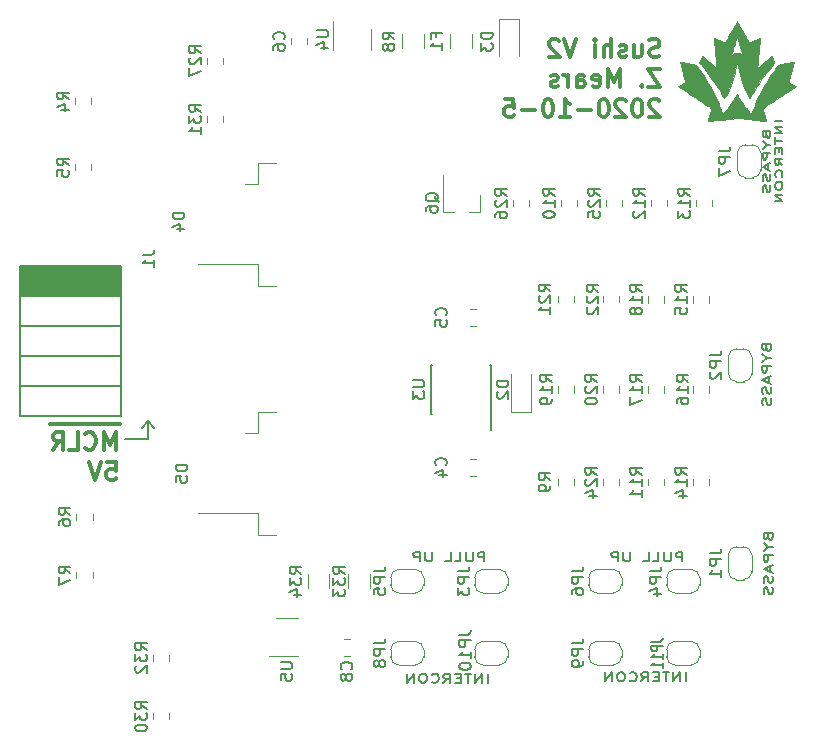
<source format=gbo>
G04 #@! TF.GenerationSoftware,KiCad,Pcbnew,(5.1.6)-1*
G04 #@! TF.CreationDate,2020-10-05T11:52:14-04:00*
G04 #@! TF.ProjectId,recovery_CAN,7265636f-7665-4727-995f-43414e2e6b69,rev?*
G04 #@! TF.SameCoordinates,Original*
G04 #@! TF.FileFunction,Legend,Bot*
G04 #@! TF.FilePolarity,Positive*
%FSLAX46Y46*%
G04 Gerber Fmt 4.6, Leading zero omitted, Abs format (unit mm)*
G04 Created by KiCad (PCBNEW (5.1.6)-1) date 2020-10-05 11:52:14*
%MOMM*%
%LPD*%
G01*
G04 APERTURE LIST*
%ADD10C,0.150000*%
%ADD11C,0.200000*%
%ADD12C,0.300000*%
%ADD13C,0.120000*%
%ADD14C,0.010000*%
G04 APERTURE END LIST*
D10*
X218392000Y-109559285D02*
X218392000Y-108809285D01*
X218011047Y-108809285D01*
X217915809Y-108845000D01*
X217868190Y-108880714D01*
X217820571Y-108952142D01*
X217820571Y-109059285D01*
X217868190Y-109130714D01*
X217915809Y-109166428D01*
X218011047Y-109202142D01*
X218392000Y-109202142D01*
X217392000Y-108809285D02*
X217392000Y-109416428D01*
X217344380Y-109487857D01*
X217296761Y-109523571D01*
X217201523Y-109559285D01*
X217011047Y-109559285D01*
X216915809Y-109523571D01*
X216868190Y-109487857D01*
X216820571Y-109416428D01*
X216820571Y-108809285D01*
X215868190Y-109559285D02*
X216344380Y-109559285D01*
X216344380Y-108809285D01*
X215058666Y-109559285D02*
X215534857Y-109559285D01*
X215534857Y-108809285D01*
X213963428Y-108809285D02*
X213963428Y-109416428D01*
X213915809Y-109487857D01*
X213868190Y-109523571D01*
X213772952Y-109559285D01*
X213582476Y-109559285D01*
X213487238Y-109523571D01*
X213439619Y-109487857D01*
X213392000Y-109416428D01*
X213392000Y-108809285D01*
X212915809Y-109559285D02*
X212915809Y-108809285D01*
X212534857Y-108809285D01*
X212439619Y-108845000D01*
X212392000Y-108880714D01*
X212344380Y-108952142D01*
X212344380Y-109059285D01*
X212392000Y-109130714D01*
X212439619Y-109166428D01*
X212534857Y-109202142D01*
X212915809Y-109202142D01*
X235156000Y-109559285D02*
X235156000Y-108809285D01*
X234775047Y-108809285D01*
X234679809Y-108845000D01*
X234632190Y-108880714D01*
X234584571Y-108952142D01*
X234584571Y-109059285D01*
X234632190Y-109130714D01*
X234679809Y-109166428D01*
X234775047Y-109202142D01*
X235156000Y-109202142D01*
X234156000Y-108809285D02*
X234156000Y-109416428D01*
X234108380Y-109487857D01*
X234060761Y-109523571D01*
X233965523Y-109559285D01*
X233775047Y-109559285D01*
X233679809Y-109523571D01*
X233632190Y-109487857D01*
X233584571Y-109416428D01*
X233584571Y-108809285D01*
X232632190Y-109559285D02*
X233108380Y-109559285D01*
X233108380Y-108809285D01*
X231822666Y-109559285D02*
X232298857Y-109559285D01*
X232298857Y-108809285D01*
X230727428Y-108809285D02*
X230727428Y-109416428D01*
X230679809Y-109487857D01*
X230632190Y-109523571D01*
X230536952Y-109559285D01*
X230346476Y-109559285D01*
X230251238Y-109523571D01*
X230203619Y-109487857D01*
X230156000Y-109416428D01*
X230156000Y-108809285D01*
X229679809Y-109559285D02*
X229679809Y-108809285D01*
X229298857Y-108809285D01*
X229203619Y-108845000D01*
X229156000Y-108880714D01*
X229108380Y-108952142D01*
X229108380Y-109059285D01*
X229156000Y-109130714D01*
X229203619Y-109166428D01*
X229298857Y-109202142D01*
X229679809Y-109202142D01*
X242256142Y-73453904D02*
X242284714Y-73596761D01*
X242313285Y-73644380D01*
X242370428Y-73692000D01*
X242456142Y-73692000D01*
X242513285Y-73644380D01*
X242541857Y-73596761D01*
X242570428Y-73501523D01*
X242570428Y-73120571D01*
X241970428Y-73120571D01*
X241970428Y-73453904D01*
X241999000Y-73549142D01*
X242027571Y-73596761D01*
X242084714Y-73644380D01*
X242141857Y-73644380D01*
X242199000Y-73596761D01*
X242227571Y-73549142D01*
X242256142Y-73453904D01*
X242256142Y-73120571D01*
X242284714Y-74311047D02*
X242570428Y-74311047D01*
X241970428Y-73977714D02*
X242284714Y-74311047D01*
X241970428Y-74644380D01*
X242570428Y-74977714D02*
X241970428Y-74977714D01*
X241970428Y-75358666D01*
X241999000Y-75453904D01*
X242027571Y-75501523D01*
X242084714Y-75549142D01*
X242170428Y-75549142D01*
X242227571Y-75501523D01*
X242256142Y-75453904D01*
X242284714Y-75358666D01*
X242284714Y-74977714D01*
X242399000Y-75930095D02*
X242399000Y-76406285D01*
X242570428Y-75834857D02*
X241970428Y-76168190D01*
X242570428Y-76501523D01*
X242541857Y-76787238D02*
X242570428Y-76930095D01*
X242570428Y-77168190D01*
X242541857Y-77263428D01*
X242513285Y-77311047D01*
X242456142Y-77358666D01*
X242399000Y-77358666D01*
X242341857Y-77311047D01*
X242313285Y-77263428D01*
X242284714Y-77168190D01*
X242256142Y-76977714D01*
X242227571Y-76882476D01*
X242199000Y-76834857D01*
X242141857Y-76787238D01*
X242084714Y-76787238D01*
X242027571Y-76834857D01*
X241999000Y-76882476D01*
X241970428Y-76977714D01*
X241970428Y-77215809D01*
X241999000Y-77358666D01*
X242541857Y-77739619D02*
X242570428Y-77882476D01*
X242570428Y-78120571D01*
X242541857Y-78215809D01*
X242513285Y-78263428D01*
X242456142Y-78311047D01*
X242399000Y-78311047D01*
X242341857Y-78263428D01*
X242313285Y-78215809D01*
X242284714Y-78120571D01*
X242256142Y-77930095D01*
X242227571Y-77834857D01*
X242199000Y-77787238D01*
X242141857Y-77739619D01*
X242084714Y-77739619D01*
X242027571Y-77787238D01*
X241999000Y-77834857D01*
X241970428Y-77930095D01*
X241970428Y-78168190D01*
X241999000Y-78311047D01*
X243620428Y-72287238D02*
X243020428Y-72287238D01*
X243620428Y-72763428D02*
X243020428Y-72763428D01*
X243620428Y-73334857D01*
X243020428Y-73334857D01*
X243020428Y-73668190D02*
X243020428Y-74239619D01*
X243620428Y-73953904D02*
X243020428Y-73953904D01*
X243306142Y-74572952D02*
X243306142Y-74906285D01*
X243620428Y-75049142D02*
X243620428Y-74572952D01*
X243020428Y-74572952D01*
X243020428Y-75049142D01*
X243620428Y-76049142D02*
X243334714Y-75715809D01*
X243620428Y-75477714D02*
X243020428Y-75477714D01*
X243020428Y-75858666D01*
X243049000Y-75953904D01*
X243077571Y-76001523D01*
X243134714Y-76049142D01*
X243220428Y-76049142D01*
X243277571Y-76001523D01*
X243306142Y-75953904D01*
X243334714Y-75858666D01*
X243334714Y-75477714D01*
X243563285Y-77049142D02*
X243591857Y-77001523D01*
X243620428Y-76858666D01*
X243620428Y-76763428D01*
X243591857Y-76620571D01*
X243534714Y-76525333D01*
X243477571Y-76477714D01*
X243363285Y-76430095D01*
X243277571Y-76430095D01*
X243163285Y-76477714D01*
X243106142Y-76525333D01*
X243049000Y-76620571D01*
X243020428Y-76763428D01*
X243020428Y-76858666D01*
X243049000Y-77001523D01*
X243077571Y-77049142D01*
X243020428Y-77668190D02*
X243020428Y-77858666D01*
X243049000Y-77953904D01*
X243106142Y-78049142D01*
X243220428Y-78096761D01*
X243420428Y-78096761D01*
X243534714Y-78049142D01*
X243591857Y-77953904D01*
X243620428Y-77858666D01*
X243620428Y-77668190D01*
X243591857Y-77572952D01*
X243534714Y-77477714D01*
X243420428Y-77430095D01*
X243220428Y-77430095D01*
X243106142Y-77477714D01*
X243049000Y-77572952D01*
X243020428Y-77668190D01*
X243620428Y-78525333D02*
X243020428Y-78525333D01*
X243620428Y-79096761D01*
X243020428Y-79096761D01*
X242262428Y-91487904D02*
X242298142Y-91630761D01*
X242333857Y-91678380D01*
X242405285Y-91726000D01*
X242512428Y-91726000D01*
X242583857Y-91678380D01*
X242619571Y-91630761D01*
X242655285Y-91535523D01*
X242655285Y-91154571D01*
X241905285Y-91154571D01*
X241905285Y-91487904D01*
X241941000Y-91583142D01*
X241976714Y-91630761D01*
X242048142Y-91678380D01*
X242119571Y-91678380D01*
X242191000Y-91630761D01*
X242226714Y-91583142D01*
X242262428Y-91487904D01*
X242262428Y-91154571D01*
X242298142Y-92345047D02*
X242655285Y-92345047D01*
X241905285Y-92011714D02*
X242298142Y-92345047D01*
X241905285Y-92678380D01*
X242655285Y-93011714D02*
X241905285Y-93011714D01*
X241905285Y-93392666D01*
X241941000Y-93487904D01*
X241976714Y-93535523D01*
X242048142Y-93583142D01*
X242155285Y-93583142D01*
X242226714Y-93535523D01*
X242262428Y-93487904D01*
X242298142Y-93392666D01*
X242298142Y-93011714D01*
X242441000Y-93964095D02*
X242441000Y-94440285D01*
X242655285Y-93868857D02*
X241905285Y-94202190D01*
X242655285Y-94535523D01*
X242619571Y-94821238D02*
X242655285Y-94964095D01*
X242655285Y-95202190D01*
X242619571Y-95297428D01*
X242583857Y-95345047D01*
X242512428Y-95392666D01*
X242441000Y-95392666D01*
X242369571Y-95345047D01*
X242333857Y-95297428D01*
X242298142Y-95202190D01*
X242262428Y-95011714D01*
X242226714Y-94916476D01*
X242191000Y-94868857D01*
X242119571Y-94821238D01*
X242048142Y-94821238D01*
X241976714Y-94868857D01*
X241941000Y-94916476D01*
X241905285Y-95011714D01*
X241905285Y-95249809D01*
X241941000Y-95392666D01*
X242619571Y-95773619D02*
X242655285Y-95916476D01*
X242655285Y-96154571D01*
X242619571Y-96249809D01*
X242583857Y-96297428D01*
X242512428Y-96345047D01*
X242441000Y-96345047D01*
X242369571Y-96297428D01*
X242333857Y-96249809D01*
X242298142Y-96154571D01*
X242262428Y-95964095D01*
X242226714Y-95868857D01*
X242191000Y-95821238D01*
X242119571Y-95773619D01*
X242048142Y-95773619D01*
X241976714Y-95821238D01*
X241941000Y-95868857D01*
X241905285Y-95964095D01*
X241905285Y-96202190D01*
X241941000Y-96345047D01*
X242389428Y-107489904D02*
X242425142Y-107632761D01*
X242460857Y-107680380D01*
X242532285Y-107728000D01*
X242639428Y-107728000D01*
X242710857Y-107680380D01*
X242746571Y-107632761D01*
X242782285Y-107537523D01*
X242782285Y-107156571D01*
X242032285Y-107156571D01*
X242032285Y-107489904D01*
X242068000Y-107585142D01*
X242103714Y-107632761D01*
X242175142Y-107680380D01*
X242246571Y-107680380D01*
X242318000Y-107632761D01*
X242353714Y-107585142D01*
X242389428Y-107489904D01*
X242389428Y-107156571D01*
X242425142Y-108347047D02*
X242782285Y-108347047D01*
X242032285Y-108013714D02*
X242425142Y-108347047D01*
X242032285Y-108680380D01*
X242782285Y-109013714D02*
X242032285Y-109013714D01*
X242032285Y-109394666D01*
X242068000Y-109489904D01*
X242103714Y-109537523D01*
X242175142Y-109585142D01*
X242282285Y-109585142D01*
X242353714Y-109537523D01*
X242389428Y-109489904D01*
X242425142Y-109394666D01*
X242425142Y-109013714D01*
X242568000Y-109966095D02*
X242568000Y-110442285D01*
X242782285Y-109870857D02*
X242032285Y-110204190D01*
X242782285Y-110537523D01*
X242746571Y-110823238D02*
X242782285Y-110966095D01*
X242782285Y-111204190D01*
X242746571Y-111299428D01*
X242710857Y-111347047D01*
X242639428Y-111394666D01*
X242568000Y-111394666D01*
X242496571Y-111347047D01*
X242460857Y-111299428D01*
X242425142Y-111204190D01*
X242389428Y-111013714D01*
X242353714Y-110918476D01*
X242318000Y-110870857D01*
X242246571Y-110823238D01*
X242175142Y-110823238D01*
X242103714Y-110870857D01*
X242068000Y-110918476D01*
X242032285Y-111013714D01*
X242032285Y-111251809D01*
X242068000Y-111394666D01*
X242746571Y-111775619D02*
X242782285Y-111918476D01*
X242782285Y-112156571D01*
X242746571Y-112251809D01*
X242710857Y-112299428D01*
X242639428Y-112347047D01*
X242568000Y-112347047D01*
X242496571Y-112299428D01*
X242460857Y-112251809D01*
X242425142Y-112156571D01*
X242389428Y-111966095D01*
X242353714Y-111870857D01*
X242318000Y-111823238D01*
X242246571Y-111775619D01*
X242175142Y-111775619D01*
X242103714Y-111823238D01*
X242068000Y-111870857D01*
X242032285Y-111966095D01*
X242032285Y-112204190D01*
X242068000Y-112347047D01*
X235433761Y-119719285D02*
X235433761Y-118969285D01*
X234957571Y-119719285D02*
X234957571Y-118969285D01*
X234386142Y-119719285D01*
X234386142Y-118969285D01*
X234052809Y-118969285D02*
X233481380Y-118969285D01*
X233767095Y-119719285D02*
X233767095Y-118969285D01*
X233148047Y-119326428D02*
X232814714Y-119326428D01*
X232671857Y-119719285D02*
X233148047Y-119719285D01*
X233148047Y-118969285D01*
X232671857Y-118969285D01*
X231671857Y-119719285D02*
X232005190Y-119362142D01*
X232243285Y-119719285D02*
X232243285Y-118969285D01*
X231862333Y-118969285D01*
X231767095Y-119005000D01*
X231719476Y-119040714D01*
X231671857Y-119112142D01*
X231671857Y-119219285D01*
X231719476Y-119290714D01*
X231767095Y-119326428D01*
X231862333Y-119362142D01*
X232243285Y-119362142D01*
X230671857Y-119647857D02*
X230719476Y-119683571D01*
X230862333Y-119719285D01*
X230957571Y-119719285D01*
X231100428Y-119683571D01*
X231195666Y-119612142D01*
X231243285Y-119540714D01*
X231290904Y-119397857D01*
X231290904Y-119290714D01*
X231243285Y-119147857D01*
X231195666Y-119076428D01*
X231100428Y-119005000D01*
X230957571Y-118969285D01*
X230862333Y-118969285D01*
X230719476Y-119005000D01*
X230671857Y-119040714D01*
X230052809Y-118969285D02*
X229862333Y-118969285D01*
X229767095Y-119005000D01*
X229671857Y-119076428D01*
X229624238Y-119219285D01*
X229624238Y-119469285D01*
X229671857Y-119612142D01*
X229767095Y-119683571D01*
X229862333Y-119719285D01*
X230052809Y-119719285D01*
X230148047Y-119683571D01*
X230243285Y-119612142D01*
X230290904Y-119469285D01*
X230290904Y-119219285D01*
X230243285Y-119076428D01*
X230148047Y-119005000D01*
X230052809Y-118969285D01*
X229195666Y-119719285D02*
X229195666Y-118969285D01*
X228624238Y-119719285D01*
X228624238Y-118969285D01*
X218669761Y-119846285D02*
X218669761Y-119096285D01*
X218193571Y-119846285D02*
X218193571Y-119096285D01*
X217622142Y-119846285D01*
X217622142Y-119096285D01*
X217288809Y-119096285D02*
X216717380Y-119096285D01*
X217003095Y-119846285D02*
X217003095Y-119096285D01*
X216384047Y-119453428D02*
X216050714Y-119453428D01*
X215907857Y-119846285D02*
X216384047Y-119846285D01*
X216384047Y-119096285D01*
X215907857Y-119096285D01*
X214907857Y-119846285D02*
X215241190Y-119489142D01*
X215479285Y-119846285D02*
X215479285Y-119096285D01*
X215098333Y-119096285D01*
X215003095Y-119132000D01*
X214955476Y-119167714D01*
X214907857Y-119239142D01*
X214907857Y-119346285D01*
X214955476Y-119417714D01*
X215003095Y-119453428D01*
X215098333Y-119489142D01*
X215479285Y-119489142D01*
X213907857Y-119774857D02*
X213955476Y-119810571D01*
X214098333Y-119846285D01*
X214193571Y-119846285D01*
X214336428Y-119810571D01*
X214431666Y-119739142D01*
X214479285Y-119667714D01*
X214526904Y-119524857D01*
X214526904Y-119417714D01*
X214479285Y-119274857D01*
X214431666Y-119203428D01*
X214336428Y-119132000D01*
X214193571Y-119096285D01*
X214098333Y-119096285D01*
X213955476Y-119132000D01*
X213907857Y-119167714D01*
X213288809Y-119096285D02*
X213098333Y-119096285D01*
X213003095Y-119132000D01*
X212907857Y-119203428D01*
X212860238Y-119346285D01*
X212860238Y-119596285D01*
X212907857Y-119739142D01*
X213003095Y-119810571D01*
X213098333Y-119846285D01*
X213288809Y-119846285D01*
X213384047Y-119810571D01*
X213479285Y-119739142D01*
X213526904Y-119596285D01*
X213526904Y-119346285D01*
X213479285Y-119203428D01*
X213384047Y-119132000D01*
X213288809Y-119096285D01*
X212431666Y-119846285D02*
X212431666Y-119096285D01*
X211860238Y-119846285D01*
X211860238Y-119096285D01*
D11*
X189865000Y-97663000D02*
X190373000Y-98298000D01*
X189865000Y-97663000D02*
X189357000Y-98298000D01*
X189865000Y-99187000D02*
X189865000Y-97663000D01*
X187960000Y-99187000D02*
X189865000Y-99187000D01*
D12*
X187511000Y-97966000D02*
X185796714Y-97966000D01*
X187153857Y-100114571D02*
X187153857Y-98614571D01*
X186653857Y-99686000D01*
X186153857Y-98614571D01*
X186153857Y-100114571D01*
X185796714Y-97966000D02*
X184296714Y-97966000D01*
X184582428Y-99971714D02*
X184653857Y-100043142D01*
X184868142Y-100114571D01*
X185011000Y-100114571D01*
X185225285Y-100043142D01*
X185368142Y-99900285D01*
X185439571Y-99757428D01*
X185511000Y-99471714D01*
X185511000Y-99257428D01*
X185439571Y-98971714D01*
X185368142Y-98828857D01*
X185225285Y-98686000D01*
X185011000Y-98614571D01*
X184868142Y-98614571D01*
X184653857Y-98686000D01*
X184582428Y-98757428D01*
X184296714Y-97966000D02*
X183082428Y-97966000D01*
X183225285Y-100114571D02*
X183939571Y-100114571D01*
X183939571Y-98614571D01*
X183082428Y-97966000D02*
X181582428Y-97966000D01*
X181868142Y-100114571D02*
X182368142Y-99400285D01*
X182725285Y-100114571D02*
X182725285Y-98614571D01*
X182153857Y-98614571D01*
X182011000Y-98686000D01*
X181939571Y-98757428D01*
X181868142Y-98900285D01*
X181868142Y-99114571D01*
X181939571Y-99257428D01*
X182011000Y-99328857D01*
X182153857Y-99400285D01*
X182725285Y-99400285D01*
X186439571Y-101164571D02*
X187153857Y-101164571D01*
X187225285Y-101878857D01*
X187153857Y-101807428D01*
X187011000Y-101736000D01*
X186653857Y-101736000D01*
X186511000Y-101807428D01*
X186439571Y-101878857D01*
X186368142Y-102021714D01*
X186368142Y-102378857D01*
X186439571Y-102521714D01*
X186511000Y-102593142D01*
X186653857Y-102664571D01*
X187011000Y-102664571D01*
X187153857Y-102593142D01*
X187225285Y-102521714D01*
X185939571Y-101164571D02*
X185439571Y-102664571D01*
X184939571Y-101164571D01*
X233199285Y-66764142D02*
X232985000Y-66835571D01*
X232627857Y-66835571D01*
X232485000Y-66764142D01*
X232413571Y-66692714D01*
X232342142Y-66549857D01*
X232342142Y-66407000D01*
X232413571Y-66264142D01*
X232485000Y-66192714D01*
X232627857Y-66121285D01*
X232913571Y-66049857D01*
X233056428Y-65978428D01*
X233127857Y-65907000D01*
X233199285Y-65764142D01*
X233199285Y-65621285D01*
X233127857Y-65478428D01*
X233056428Y-65407000D01*
X232913571Y-65335571D01*
X232556428Y-65335571D01*
X232342142Y-65407000D01*
X231056428Y-65835571D02*
X231056428Y-66835571D01*
X231699285Y-65835571D02*
X231699285Y-66621285D01*
X231627857Y-66764142D01*
X231485000Y-66835571D01*
X231270714Y-66835571D01*
X231127857Y-66764142D01*
X231056428Y-66692714D01*
X230413571Y-66764142D02*
X230270714Y-66835571D01*
X229985000Y-66835571D01*
X229842142Y-66764142D01*
X229770714Y-66621285D01*
X229770714Y-66549857D01*
X229842142Y-66407000D01*
X229985000Y-66335571D01*
X230199285Y-66335571D01*
X230342142Y-66264142D01*
X230413571Y-66121285D01*
X230413571Y-66049857D01*
X230342142Y-65907000D01*
X230199285Y-65835571D01*
X229985000Y-65835571D01*
X229842142Y-65907000D01*
X229127857Y-66835571D02*
X229127857Y-65335571D01*
X228485000Y-66835571D02*
X228485000Y-66049857D01*
X228556428Y-65907000D01*
X228699285Y-65835571D01*
X228913571Y-65835571D01*
X229056428Y-65907000D01*
X229127857Y-65978428D01*
X227770714Y-66835571D02*
X227770714Y-65835571D01*
X227770714Y-65335571D02*
X227842142Y-65407000D01*
X227770714Y-65478428D01*
X227699285Y-65407000D01*
X227770714Y-65335571D01*
X227770714Y-65478428D01*
X226127857Y-65335571D02*
X225627857Y-66835571D01*
X225127857Y-65335571D01*
X224699285Y-65478428D02*
X224627857Y-65407000D01*
X224485000Y-65335571D01*
X224127857Y-65335571D01*
X223985000Y-65407000D01*
X223913571Y-65478428D01*
X223842142Y-65621285D01*
X223842142Y-65764142D01*
X223913571Y-65978428D01*
X224770714Y-66835571D01*
X223842142Y-66835571D01*
X233270714Y-67885571D02*
X232270714Y-67885571D01*
X233270714Y-69385571D01*
X232270714Y-69385571D01*
X231699285Y-69242714D02*
X231627857Y-69314142D01*
X231699285Y-69385571D01*
X231770714Y-69314142D01*
X231699285Y-69242714D01*
X231699285Y-69385571D01*
X229842142Y-69385571D02*
X229842142Y-67885571D01*
X229342142Y-68957000D01*
X228842142Y-67885571D01*
X228842142Y-69385571D01*
X227556428Y-69314142D02*
X227699285Y-69385571D01*
X227985000Y-69385571D01*
X228127857Y-69314142D01*
X228199285Y-69171285D01*
X228199285Y-68599857D01*
X228127857Y-68457000D01*
X227985000Y-68385571D01*
X227699285Y-68385571D01*
X227556428Y-68457000D01*
X227485000Y-68599857D01*
X227485000Y-68742714D01*
X228199285Y-68885571D01*
X226199285Y-69385571D02*
X226199285Y-68599857D01*
X226270714Y-68457000D01*
X226413571Y-68385571D01*
X226699285Y-68385571D01*
X226842142Y-68457000D01*
X226199285Y-69314142D02*
X226342142Y-69385571D01*
X226699285Y-69385571D01*
X226842142Y-69314142D01*
X226913571Y-69171285D01*
X226913571Y-69028428D01*
X226842142Y-68885571D01*
X226699285Y-68814142D01*
X226342142Y-68814142D01*
X226199285Y-68742714D01*
X225485000Y-69385571D02*
X225485000Y-68385571D01*
X225485000Y-68671285D02*
X225413571Y-68528428D01*
X225342142Y-68457000D01*
X225199285Y-68385571D01*
X225056428Y-68385571D01*
X224627857Y-69314142D02*
X224485000Y-69385571D01*
X224199285Y-69385571D01*
X224056428Y-69314142D01*
X223985000Y-69171285D01*
X223985000Y-69099857D01*
X224056428Y-68957000D01*
X224199285Y-68885571D01*
X224413571Y-68885571D01*
X224556428Y-68814142D01*
X224627857Y-68671285D01*
X224627857Y-68599857D01*
X224556428Y-68457000D01*
X224413571Y-68385571D01*
X224199285Y-68385571D01*
X224056428Y-68457000D01*
X233199285Y-70578428D02*
X233127857Y-70507000D01*
X232985000Y-70435571D01*
X232627857Y-70435571D01*
X232485000Y-70507000D01*
X232413571Y-70578428D01*
X232342142Y-70721285D01*
X232342142Y-70864142D01*
X232413571Y-71078428D01*
X233270714Y-71935571D01*
X232342142Y-71935571D01*
X231413571Y-70435571D02*
X231270714Y-70435571D01*
X231127857Y-70507000D01*
X231056428Y-70578428D01*
X230985000Y-70721285D01*
X230913571Y-71007000D01*
X230913571Y-71364142D01*
X230985000Y-71649857D01*
X231056428Y-71792714D01*
X231127857Y-71864142D01*
X231270714Y-71935571D01*
X231413571Y-71935571D01*
X231556428Y-71864142D01*
X231627857Y-71792714D01*
X231699285Y-71649857D01*
X231770714Y-71364142D01*
X231770714Y-71007000D01*
X231699285Y-70721285D01*
X231627857Y-70578428D01*
X231556428Y-70507000D01*
X231413571Y-70435571D01*
X230342142Y-70578428D02*
X230270714Y-70507000D01*
X230127857Y-70435571D01*
X229770714Y-70435571D01*
X229627857Y-70507000D01*
X229556428Y-70578428D01*
X229485000Y-70721285D01*
X229485000Y-70864142D01*
X229556428Y-71078428D01*
X230413571Y-71935571D01*
X229485000Y-71935571D01*
X228556428Y-70435571D02*
X228413571Y-70435571D01*
X228270714Y-70507000D01*
X228199285Y-70578428D01*
X228127857Y-70721285D01*
X228056428Y-71007000D01*
X228056428Y-71364142D01*
X228127857Y-71649857D01*
X228199285Y-71792714D01*
X228270714Y-71864142D01*
X228413571Y-71935571D01*
X228556428Y-71935571D01*
X228699285Y-71864142D01*
X228770714Y-71792714D01*
X228842142Y-71649857D01*
X228913571Y-71364142D01*
X228913571Y-71007000D01*
X228842142Y-70721285D01*
X228770714Y-70578428D01*
X228699285Y-70507000D01*
X228556428Y-70435571D01*
X227413571Y-71364142D02*
X226270714Y-71364142D01*
X224770714Y-71935571D02*
X225627857Y-71935571D01*
X225199285Y-71935571D02*
X225199285Y-70435571D01*
X225342142Y-70649857D01*
X225485000Y-70792714D01*
X225627857Y-70864142D01*
X223842142Y-70435571D02*
X223699285Y-70435571D01*
X223556428Y-70507000D01*
X223485000Y-70578428D01*
X223413571Y-70721285D01*
X223342142Y-71007000D01*
X223342142Y-71364142D01*
X223413571Y-71649857D01*
X223485000Y-71792714D01*
X223556428Y-71864142D01*
X223699285Y-71935571D01*
X223842142Y-71935571D01*
X223985000Y-71864142D01*
X224056428Y-71792714D01*
X224127857Y-71649857D01*
X224199285Y-71364142D01*
X224199285Y-71007000D01*
X224127857Y-70721285D01*
X224056428Y-70578428D01*
X223985000Y-70507000D01*
X223842142Y-70435571D01*
X222699285Y-71364142D02*
X221556428Y-71364142D01*
X220127857Y-70435571D02*
X220842142Y-70435571D01*
X220913571Y-71149857D01*
X220842142Y-71078428D01*
X220699285Y-71007000D01*
X220342142Y-71007000D01*
X220199285Y-71078428D01*
X220127857Y-71149857D01*
X220056428Y-71292714D01*
X220056428Y-71649857D01*
X220127857Y-71792714D01*
X220199285Y-71864142D01*
X220342142Y-71935571D01*
X220699285Y-71935571D01*
X220842142Y-71864142D01*
X220913571Y-71792714D01*
D13*
X241030000Y-93664000D02*
X241030000Y-92264000D01*
X240330000Y-91564000D02*
X239730000Y-91564000D01*
X239030000Y-92264000D02*
X239030000Y-93664000D01*
X239730000Y-94364000D02*
X240330000Y-94364000D01*
X240330000Y-94364000D02*
G75*
G03*
X241030000Y-93664000I0J700000D01*
G01*
X239030000Y-93664000D02*
G75*
G03*
X239730000Y-94364000I700000J0D01*
G01*
X239730000Y-91564000D02*
G75*
G03*
X239030000Y-92264000I0J-700000D01*
G01*
X241030000Y-92264000D02*
G75*
G03*
X240330000Y-91564000I-700000J0D01*
G01*
D10*
G36*
X179146200Y-84632800D02*
G01*
X179146200Y-87071200D01*
X187528200Y-87071200D01*
X187528200Y-84632800D01*
X179146200Y-84632800D01*
G37*
X179146200Y-84632800D02*
X179146200Y-87071200D01*
X187528200Y-87071200D01*
X187528200Y-84632800D01*
X179146200Y-84632800D01*
X187592000Y-87122000D02*
X179092000Y-87122000D01*
X187592000Y-92202000D02*
X179092000Y-92202000D01*
X187592000Y-89662000D02*
X179092000Y-89662000D01*
X187592000Y-94742000D02*
X179092000Y-94742000D01*
X187592000Y-97282000D02*
X179092000Y-97282000D01*
X187592000Y-84582000D02*
X179092000Y-84582000D01*
X179092000Y-84582000D02*
X179092000Y-97282000D01*
X187592000Y-84582000D02*
X187592000Y-97282000D01*
D13*
X217676252Y-102310000D02*
X217153748Y-102310000D01*
X217676252Y-100890000D02*
X217153748Y-100890000D01*
X217676252Y-89610000D02*
X217153748Y-89610000D01*
X217676252Y-88190000D02*
X217153748Y-88190000D01*
X203402000Y-65279748D02*
X203402000Y-65802252D01*
X201982000Y-65279748D02*
X201982000Y-65802252D01*
D10*
X218933000Y-97071000D02*
X218933000Y-98471000D01*
X213833000Y-97071000D02*
X213833000Y-92921000D01*
X218983000Y-97071000D02*
X218983000Y-92921000D01*
X213833000Y-97071000D02*
X213978000Y-97071000D01*
X213833000Y-92921000D02*
X213978000Y-92921000D01*
X218983000Y-92921000D02*
X218838000Y-92921000D01*
X218983000Y-97071000D02*
X218933000Y-97071000D01*
D13*
X205588000Y-66258000D02*
X205588000Y-63808000D01*
X208808000Y-64458000D02*
X208808000Y-66258000D01*
X241030000Y-110428000D02*
X241030000Y-109028000D01*
X240330000Y-108328000D02*
X239730000Y-108328000D01*
X239030000Y-109028000D02*
X239030000Y-110428000D01*
X239730000Y-111128000D02*
X240330000Y-111128000D01*
X240330000Y-111128000D02*
G75*
G03*
X241030000Y-110428000I0J700000D01*
G01*
X239030000Y-110428000D02*
G75*
G03*
X239730000Y-111128000I700000J0D01*
G01*
X239730000Y-108328000D02*
G75*
G03*
X239030000Y-109028000I0J-700000D01*
G01*
X241030000Y-109028000D02*
G75*
G03*
X240330000Y-108328000I-700000J0D01*
G01*
X185114000Y-70359748D02*
X185114000Y-70882252D01*
X183694000Y-70359748D02*
X183694000Y-70882252D01*
X185114000Y-75947748D02*
X185114000Y-76470252D01*
X183694000Y-75947748D02*
X183694000Y-76470252D01*
X185241000Y-105529748D02*
X185241000Y-106052252D01*
X183821000Y-105529748D02*
X183821000Y-106052252D01*
X185241000Y-110491748D02*
X185241000Y-111014252D01*
X183821000Y-110491748D02*
X183821000Y-111014252D01*
X224588000Y-103122252D02*
X224588000Y-102599748D01*
X226008000Y-103122252D02*
X226008000Y-102599748D01*
X226262000Y-78977748D02*
X226262000Y-79500252D01*
X224842000Y-78977748D02*
X224842000Y-79500252D01*
X233628000Y-102599748D02*
X233628000Y-103122252D01*
X232208000Y-102599748D02*
X232208000Y-103122252D01*
X233882000Y-78977748D02*
X233882000Y-79500252D01*
X232462000Y-78977748D02*
X232462000Y-79500252D01*
X237692000Y-78977748D02*
X237692000Y-79500252D01*
X236272000Y-78977748D02*
X236272000Y-79500252D01*
X237438000Y-102599748D02*
X237438000Y-103122252D01*
X236018000Y-102599748D02*
X236018000Y-103122252D01*
X237438000Y-87141748D02*
X237438000Y-87664252D01*
X236018000Y-87141748D02*
X236018000Y-87664252D01*
X236018000Y-95284252D02*
X236018000Y-94761748D01*
X237438000Y-95284252D02*
X237438000Y-94761748D01*
X233628000Y-94761748D02*
X233628000Y-95284252D01*
X232208000Y-94761748D02*
X232208000Y-95284252D01*
X233628000Y-87141748D02*
X233628000Y-87664252D01*
X232208000Y-87141748D02*
X232208000Y-87664252D01*
X226008000Y-94761748D02*
X226008000Y-95284252D01*
X224588000Y-94761748D02*
X224588000Y-95284252D01*
X229818000Y-94761748D02*
X229818000Y-95284252D01*
X228398000Y-94761748D02*
X228398000Y-95284252D01*
X224588000Y-87637252D02*
X224588000Y-87114748D01*
X226008000Y-87637252D02*
X226008000Y-87114748D01*
X228398000Y-87637252D02*
X228398000Y-87114748D01*
X229818000Y-87637252D02*
X229818000Y-87114748D01*
X229818000Y-102599748D02*
X229818000Y-103122252D01*
X228398000Y-102599748D02*
X228398000Y-103122252D01*
X230072000Y-78977748D02*
X230072000Y-79500252D01*
X228652000Y-78977748D02*
X228652000Y-79500252D01*
X215498000Y-66097564D02*
X215498000Y-64893436D01*
X217318000Y-66097564D02*
X217318000Y-64893436D01*
X211434000Y-66097564D02*
X211434000Y-64893436D01*
X213254000Y-66097564D02*
X213254000Y-64893436D01*
X219648000Y-110252000D02*
X218248000Y-110252000D01*
X217548000Y-110952000D02*
X217548000Y-111552000D01*
X218248000Y-112252000D02*
X219648000Y-112252000D01*
X220348000Y-111552000D02*
X220348000Y-110952000D01*
X220348000Y-110952000D02*
G75*
G03*
X219648000Y-110252000I-700000J0D01*
G01*
X219648000Y-112252000D02*
G75*
G03*
X220348000Y-111552000I0J700000D01*
G01*
X217548000Y-111552000D02*
G75*
G03*
X218248000Y-112252000I700000J0D01*
G01*
X218248000Y-110252000D02*
G75*
G03*
X217548000Y-110952000I0J-700000D01*
G01*
X235904000Y-110252000D02*
X234504000Y-110252000D01*
X233804000Y-110952000D02*
X233804000Y-111552000D01*
X234504000Y-112252000D02*
X235904000Y-112252000D01*
X236604000Y-111552000D02*
X236604000Y-110952000D01*
X236604000Y-110952000D02*
G75*
G03*
X235904000Y-110252000I-700000J0D01*
G01*
X235904000Y-112252000D02*
G75*
G03*
X236604000Y-111552000I0J700000D01*
G01*
X233804000Y-111552000D02*
G75*
G03*
X234504000Y-112252000I700000J0D01*
G01*
X234504000Y-110252000D02*
G75*
G03*
X233804000Y-110952000I0J-700000D01*
G01*
X211136000Y-112252000D02*
X212536000Y-112252000D01*
X213236000Y-111552000D02*
X213236000Y-110952000D01*
X212536000Y-110252000D02*
X211136000Y-110252000D01*
X210436000Y-110952000D02*
X210436000Y-111552000D01*
X210436000Y-111552000D02*
G75*
G03*
X211136000Y-112252000I700000J0D01*
G01*
X211136000Y-110252000D02*
G75*
G03*
X210436000Y-110952000I0J-700000D01*
G01*
X213236000Y-110952000D02*
G75*
G03*
X212536000Y-110252000I-700000J0D01*
G01*
X212536000Y-112252000D02*
G75*
G03*
X213236000Y-111552000I0J700000D01*
G01*
X227900000Y-112252000D02*
X229300000Y-112252000D01*
X230000000Y-111552000D02*
X230000000Y-110952000D01*
X229300000Y-110252000D02*
X227900000Y-110252000D01*
X227200000Y-110952000D02*
X227200000Y-111552000D01*
X227200000Y-111552000D02*
G75*
G03*
X227900000Y-112252000I700000J0D01*
G01*
X227900000Y-110252000D02*
G75*
G03*
X227200000Y-110952000I0J-700000D01*
G01*
X230000000Y-110952000D02*
G75*
G03*
X229300000Y-110252000I-700000J0D01*
G01*
X229300000Y-112252000D02*
G75*
G03*
X230000000Y-111552000I0J700000D01*
G01*
X241792000Y-76392000D02*
X241792000Y-74992000D01*
X241092000Y-74292000D02*
X240492000Y-74292000D01*
X239792000Y-74992000D02*
X239792000Y-76392000D01*
X240492000Y-77092000D02*
X241092000Y-77092000D01*
X241092000Y-77092000D02*
G75*
G03*
X241792000Y-76392000I0J700000D01*
G01*
X239792000Y-76392000D02*
G75*
G03*
X240492000Y-77092000I700000J0D01*
G01*
X240492000Y-74292000D02*
G75*
G03*
X239792000Y-74992000I0J-700000D01*
G01*
X241792000Y-74992000D02*
G75*
G03*
X241092000Y-74292000I-700000J0D01*
G01*
X211136000Y-118348000D02*
X212536000Y-118348000D01*
X213236000Y-117648000D02*
X213236000Y-117048000D01*
X212536000Y-116348000D02*
X211136000Y-116348000D01*
X210436000Y-117048000D02*
X210436000Y-117648000D01*
X210436000Y-117648000D02*
G75*
G03*
X211136000Y-118348000I700000J0D01*
G01*
X211136000Y-116348000D02*
G75*
G03*
X210436000Y-117048000I0J-700000D01*
G01*
X213236000Y-117048000D02*
G75*
G03*
X212536000Y-116348000I-700000J0D01*
G01*
X212536000Y-118348000D02*
G75*
G03*
X213236000Y-117648000I0J700000D01*
G01*
X227900000Y-118348000D02*
X229300000Y-118348000D01*
X230000000Y-117648000D02*
X230000000Y-117048000D01*
X229300000Y-116348000D02*
X227900000Y-116348000D01*
X227200000Y-117048000D02*
X227200000Y-117648000D01*
X227200000Y-117648000D02*
G75*
G03*
X227900000Y-118348000I700000J0D01*
G01*
X227900000Y-116348000D02*
G75*
G03*
X227200000Y-117048000I0J-700000D01*
G01*
X230000000Y-117048000D02*
G75*
G03*
X229300000Y-116348000I-700000J0D01*
G01*
X229300000Y-118348000D02*
G75*
G03*
X230000000Y-117648000I0J700000D01*
G01*
X219648000Y-116348000D02*
X218248000Y-116348000D01*
X217548000Y-117048000D02*
X217548000Y-117648000D01*
X218248000Y-118348000D02*
X219648000Y-118348000D01*
X220348000Y-117648000D02*
X220348000Y-117048000D01*
X220348000Y-117048000D02*
G75*
G03*
X219648000Y-116348000I-700000J0D01*
G01*
X219648000Y-118348000D02*
G75*
G03*
X220348000Y-117648000I0J700000D01*
G01*
X217548000Y-117648000D02*
G75*
G03*
X218248000Y-118348000I700000J0D01*
G01*
X218248000Y-116348000D02*
G75*
G03*
X217548000Y-117048000I0J-700000D01*
G01*
X235904000Y-116348000D02*
X234504000Y-116348000D01*
X233804000Y-117048000D02*
X233804000Y-117648000D01*
X234504000Y-118348000D02*
X235904000Y-118348000D01*
X236604000Y-117648000D02*
X236604000Y-117048000D01*
X236604000Y-117048000D02*
G75*
G03*
X235904000Y-116348000I-700000J0D01*
G01*
X235904000Y-118348000D02*
G75*
G03*
X236604000Y-117648000I0J700000D01*
G01*
X233804000Y-117648000D02*
G75*
G03*
X234504000Y-118348000I700000J0D01*
G01*
X234504000Y-116348000D02*
G75*
G03*
X233804000Y-117048000I0J-700000D01*
G01*
X222338000Y-96896000D02*
X222338000Y-93746000D01*
X220638000Y-96896000D02*
X220638000Y-93746000D01*
X222338000Y-96896000D02*
X220638000Y-96896000D01*
X219622000Y-63632000D02*
X219622000Y-66782000D01*
X221322000Y-63632000D02*
X221322000Y-66782000D01*
X219622000Y-63632000D02*
X221322000Y-63632000D01*
X222198000Y-78995748D02*
X222198000Y-79518252D01*
X220778000Y-78995748D02*
X220778000Y-79518252D01*
X218054000Y-79984000D02*
X218054000Y-78524000D01*
X214894000Y-79984000D02*
X214894000Y-76824000D01*
X214894000Y-79984000D02*
X215824000Y-79984000D01*
X218054000Y-79984000D02*
X217124000Y-79984000D01*
X199234000Y-77636000D02*
X198134000Y-77636000D01*
X199234000Y-75826000D02*
X199234000Y-77636000D01*
X200734000Y-75826000D02*
X199234000Y-75826000D01*
X199234000Y-84416000D02*
X194109000Y-84416000D01*
X199234000Y-86226000D02*
X199234000Y-84416000D01*
X200734000Y-86226000D02*
X199234000Y-86226000D01*
X199234000Y-98718000D02*
X198134000Y-98718000D01*
X199234000Y-96908000D02*
X199234000Y-98718000D01*
X200734000Y-96908000D02*
X199234000Y-96908000D01*
X199234000Y-105498000D02*
X194109000Y-105498000D01*
X199234000Y-107308000D02*
X199234000Y-105498000D01*
X200734000Y-107308000D02*
X199234000Y-107308000D01*
D14*
G36*
X239760172Y-63867810D02*
G01*
X239738969Y-63902138D01*
X239706534Y-63956988D01*
X239663966Y-64030430D01*
X239612366Y-64120537D01*
X239552834Y-64225380D01*
X239486470Y-64343029D01*
X239414374Y-64471556D01*
X239337648Y-64609033D01*
X239271106Y-64728787D01*
X239191262Y-64872733D01*
X239115205Y-65009789D01*
X239044035Y-65137976D01*
X238978853Y-65255311D01*
X238920762Y-65359816D01*
X238870862Y-65449509D01*
X238830255Y-65522410D01*
X238800041Y-65576539D01*
X238781322Y-65609916D01*
X238775333Y-65620394D01*
X238766886Y-65623201D01*
X238747181Y-65619900D01*
X238714174Y-65609702D01*
X238665820Y-65591817D01*
X238600077Y-65565456D01*
X238514898Y-65529831D01*
X238408240Y-65484152D01*
X238294435Y-65434770D01*
X238187542Y-65388519D01*
X238088735Y-65346396D01*
X238000891Y-65309580D01*
X237926887Y-65279250D01*
X237869602Y-65256585D01*
X237831914Y-65242763D01*
X237816699Y-65238964D01*
X237816601Y-65239034D01*
X237816640Y-65253846D01*
X237819210Y-65294416D01*
X237824141Y-65358798D01*
X237831258Y-65445044D01*
X237840390Y-65551209D01*
X237851365Y-65675346D01*
X237864010Y-65815509D01*
X237878152Y-65969751D01*
X237893620Y-66136127D01*
X237910240Y-66312690D01*
X237927841Y-66497493D01*
X237930788Y-66528226D01*
X237948559Y-66714115D01*
X237965436Y-66892027D01*
X237981242Y-67060020D01*
X237995802Y-67216154D01*
X238008937Y-67358488D01*
X238020472Y-67485082D01*
X238030231Y-67593995D01*
X238038035Y-67683285D01*
X238043709Y-67751013D01*
X238047077Y-67795238D01*
X238047960Y-67814019D01*
X238047855Y-67814538D01*
X238036697Y-67806621D01*
X238006625Y-67781773D01*
X237959487Y-67741605D01*
X237897133Y-67687726D01*
X237821409Y-67621745D01*
X237734165Y-67545272D01*
X237637249Y-67459918D01*
X237532510Y-67367291D01*
X237439878Y-67285079D01*
X237329784Y-67187387D01*
X237225801Y-67095446D01*
X237129800Y-67010890D01*
X237043652Y-66935352D01*
X236969231Y-66870465D01*
X236908406Y-66817861D01*
X236863051Y-66779174D01*
X236835036Y-66756035D01*
X236826294Y-66749809D01*
X236822045Y-66752925D01*
X236815516Y-66763816D01*
X236805802Y-66784795D01*
X236791998Y-66818177D01*
X236773199Y-66866276D01*
X236748499Y-66931404D01*
X236716994Y-67015877D01*
X236677778Y-67122007D01*
X236632494Y-67245166D01*
X236591147Y-67357784D01*
X236709748Y-67494604D01*
X236862768Y-67675611D01*
X237023267Y-67873790D01*
X237188993Y-68085920D01*
X237357694Y-68308782D01*
X237527121Y-68539156D01*
X237695021Y-68773821D01*
X237859143Y-69009558D01*
X238017236Y-69243146D01*
X238167048Y-69471366D01*
X238306328Y-69690997D01*
X238432826Y-69898819D01*
X238544289Y-70091613D01*
X238611616Y-70214873D01*
X238687199Y-70357245D01*
X238733111Y-70290515D01*
X238820633Y-70153790D01*
X238911323Y-69994444D01*
X239003001Y-69817174D01*
X239093486Y-69626674D01*
X239180596Y-69427642D01*
X239262151Y-69224774D01*
X239335969Y-69022765D01*
X239372385Y-68914028D01*
X239438051Y-68699960D01*
X239503778Y-68464794D01*
X239567911Y-68215211D01*
X239628791Y-67957896D01*
X239684763Y-67699531D01*
X239728308Y-67478394D01*
X239767742Y-67267527D01*
X239839393Y-67624531D01*
X239918574Y-67996304D01*
X240001986Y-68342580D01*
X240090380Y-68665476D01*
X240184506Y-68967112D01*
X240285115Y-69249606D01*
X240392957Y-69515077D01*
X240508782Y-69765644D01*
X240633340Y-70003427D01*
X240755463Y-70211377D01*
X240788713Y-70264208D01*
X240817137Y-70307711D01*
X240837286Y-70336711D01*
X240845108Y-70345978D01*
X240855439Y-70337278D01*
X240874669Y-70308679D01*
X240899527Y-70265318D01*
X240914075Y-70237697D01*
X240994970Y-70086968D01*
X241092218Y-69918122D01*
X241203842Y-69733990D01*
X241327868Y-69537403D01*
X241462319Y-69331194D01*
X241605219Y-69118193D01*
X241754592Y-68901232D01*
X241908462Y-68683144D01*
X242064853Y-68466758D01*
X242221789Y-68254908D01*
X242377294Y-68050425D01*
X242529392Y-67856139D01*
X242676107Y-67674884D01*
X242815463Y-67509489D01*
X242828334Y-67494604D01*
X242946935Y-67357784D01*
X242905588Y-67245166D01*
X242858192Y-67116271D01*
X242819369Y-67011236D01*
X242788217Y-66927748D01*
X242763831Y-66863495D01*
X242745307Y-66816164D01*
X242731741Y-66783443D01*
X242722229Y-66763020D01*
X242715867Y-66752582D01*
X242711936Y-66749809D01*
X242699756Y-66758801D01*
X242668673Y-66784689D01*
X242620561Y-66825841D01*
X242557290Y-66880626D01*
X242480733Y-66947411D01*
X242392761Y-67024565D01*
X242295245Y-67110455D01*
X242190058Y-67203451D01*
X242098198Y-67284924D01*
X241988273Y-67382381D01*
X241884627Y-67473924D01*
X241789108Y-67557945D01*
X241703564Y-67632835D01*
X241629844Y-67696983D01*
X241569796Y-67748780D01*
X241525268Y-67786618D01*
X241498110Y-67808887D01*
X241490072Y-67814383D01*
X241490551Y-67800018D01*
X241493541Y-67759887D01*
X241498867Y-67695932D01*
X241506350Y-67610093D01*
X241515814Y-67504309D01*
X241527083Y-67380522D01*
X241539979Y-67240672D01*
X241554325Y-67086699D01*
X241569946Y-66920543D01*
X241586663Y-66744146D01*
X241588823Y-66721517D01*
X240274761Y-66721517D01*
X240269675Y-66723002D01*
X240249224Y-66707940D01*
X240217665Y-66679527D01*
X240213581Y-66675611D01*
X240164345Y-66634626D01*
X240103164Y-66592615D01*
X240047397Y-66560857D01*
X239923176Y-66513687D01*
X239797078Y-66493548D01*
X239671854Y-66500020D01*
X239550257Y-66532685D01*
X239435039Y-66591125D01*
X239335096Y-66669106D01*
X239299477Y-66700838D01*
X239274193Y-66720248D01*
X239263417Y-66724247D01*
X239263639Y-66721973D01*
X239269007Y-66705234D01*
X239281907Y-66664302D01*
X239301593Y-66601562D01*
X239327319Y-66519396D01*
X239358341Y-66420191D01*
X239393912Y-66306328D01*
X239433287Y-66180193D01*
X239475720Y-66044169D01*
X239518241Y-65907781D01*
X239562706Y-65765200D01*
X239604685Y-65630742D01*
X239643454Y-65506722D01*
X239678287Y-65395456D01*
X239708458Y-65299256D01*
X239733240Y-65220438D01*
X239751909Y-65161316D01*
X239763738Y-65124205D01*
X239767992Y-65111424D01*
X239772461Y-65123775D01*
X239784470Y-65160420D01*
X239803297Y-65219072D01*
X239828218Y-65297444D01*
X239858511Y-65393248D01*
X239893452Y-65504199D01*
X239932318Y-65628009D01*
X239974386Y-65762391D01*
X240018834Y-65904739D01*
X240063598Y-66048217D01*
X240106019Y-66184064D01*
X240145353Y-66309901D01*
X240180854Y-66423353D01*
X240211777Y-66522042D01*
X240237378Y-66603590D01*
X240256913Y-66665621D01*
X240269635Y-66705757D01*
X240274761Y-66721517D01*
X241588823Y-66721517D01*
X241604300Y-66559447D01*
X241607294Y-66528226D01*
X241625037Y-66342262D01*
X241641825Y-66164220D01*
X241657486Y-65996045D01*
X241671848Y-65839685D01*
X241684738Y-65697086D01*
X241695984Y-65570195D01*
X241705414Y-65460958D01*
X241712856Y-65371322D01*
X241718138Y-65303233D01*
X241721087Y-65258639D01*
X241721531Y-65239484D01*
X241721354Y-65238907D01*
X241707029Y-65242256D01*
X241670125Y-65255663D01*
X241613528Y-65277948D01*
X241540125Y-65307932D01*
X241452803Y-65344435D01*
X241354450Y-65386277D01*
X241247952Y-65432278D01*
X241245751Y-65433236D01*
X241139229Y-65479540D01*
X241040989Y-65522138D01*
X240953895Y-65559797D01*
X240880808Y-65591284D01*
X240824590Y-65615366D01*
X240788103Y-65630809D01*
X240774210Y-65636382D01*
X240774182Y-65636384D01*
X240766831Y-65624521D01*
X240747081Y-65590206D01*
X240715996Y-65535344D01*
X240674646Y-65461843D01*
X240624096Y-65371612D01*
X240565414Y-65266557D01*
X240499667Y-65148586D01*
X240427921Y-65019607D01*
X240351245Y-64881526D01*
X240276178Y-64746132D01*
X240195703Y-64601212D01*
X240118937Y-64463622D01*
X240046968Y-64335271D01*
X239980884Y-64218072D01*
X239921774Y-64113933D01*
X239870725Y-64024764D01*
X239828826Y-63952476D01*
X239797165Y-63898978D01*
X239776831Y-63866182D01*
X239769041Y-63855933D01*
X239760172Y-63867810D01*
G37*
X239760172Y-63867810D02*
X239738969Y-63902138D01*
X239706534Y-63956988D01*
X239663966Y-64030430D01*
X239612366Y-64120537D01*
X239552834Y-64225380D01*
X239486470Y-64343029D01*
X239414374Y-64471556D01*
X239337648Y-64609033D01*
X239271106Y-64728787D01*
X239191262Y-64872733D01*
X239115205Y-65009789D01*
X239044035Y-65137976D01*
X238978853Y-65255311D01*
X238920762Y-65359816D01*
X238870862Y-65449509D01*
X238830255Y-65522410D01*
X238800041Y-65576539D01*
X238781322Y-65609916D01*
X238775333Y-65620394D01*
X238766886Y-65623201D01*
X238747181Y-65619900D01*
X238714174Y-65609702D01*
X238665820Y-65591817D01*
X238600077Y-65565456D01*
X238514898Y-65529831D01*
X238408240Y-65484152D01*
X238294435Y-65434770D01*
X238187542Y-65388519D01*
X238088735Y-65346396D01*
X238000891Y-65309580D01*
X237926887Y-65279250D01*
X237869602Y-65256585D01*
X237831914Y-65242763D01*
X237816699Y-65238964D01*
X237816601Y-65239034D01*
X237816640Y-65253846D01*
X237819210Y-65294416D01*
X237824141Y-65358798D01*
X237831258Y-65445044D01*
X237840390Y-65551209D01*
X237851365Y-65675346D01*
X237864010Y-65815509D01*
X237878152Y-65969751D01*
X237893620Y-66136127D01*
X237910240Y-66312690D01*
X237927841Y-66497493D01*
X237930788Y-66528226D01*
X237948559Y-66714115D01*
X237965436Y-66892027D01*
X237981242Y-67060020D01*
X237995802Y-67216154D01*
X238008937Y-67358488D01*
X238020472Y-67485082D01*
X238030231Y-67593995D01*
X238038035Y-67683285D01*
X238043709Y-67751013D01*
X238047077Y-67795238D01*
X238047960Y-67814019D01*
X238047855Y-67814538D01*
X238036697Y-67806621D01*
X238006625Y-67781773D01*
X237959487Y-67741605D01*
X237897133Y-67687726D01*
X237821409Y-67621745D01*
X237734165Y-67545272D01*
X237637249Y-67459918D01*
X237532510Y-67367291D01*
X237439878Y-67285079D01*
X237329784Y-67187387D01*
X237225801Y-67095446D01*
X237129800Y-67010890D01*
X237043652Y-66935352D01*
X236969231Y-66870465D01*
X236908406Y-66817861D01*
X236863051Y-66779174D01*
X236835036Y-66756035D01*
X236826294Y-66749809D01*
X236822045Y-66752925D01*
X236815516Y-66763816D01*
X236805802Y-66784795D01*
X236791998Y-66818177D01*
X236773199Y-66866276D01*
X236748499Y-66931404D01*
X236716994Y-67015877D01*
X236677778Y-67122007D01*
X236632494Y-67245166D01*
X236591147Y-67357784D01*
X236709748Y-67494604D01*
X236862768Y-67675611D01*
X237023267Y-67873790D01*
X237188993Y-68085920D01*
X237357694Y-68308782D01*
X237527121Y-68539156D01*
X237695021Y-68773821D01*
X237859143Y-69009558D01*
X238017236Y-69243146D01*
X238167048Y-69471366D01*
X238306328Y-69690997D01*
X238432826Y-69898819D01*
X238544289Y-70091613D01*
X238611616Y-70214873D01*
X238687199Y-70357245D01*
X238733111Y-70290515D01*
X238820633Y-70153790D01*
X238911323Y-69994444D01*
X239003001Y-69817174D01*
X239093486Y-69626674D01*
X239180596Y-69427642D01*
X239262151Y-69224774D01*
X239335969Y-69022765D01*
X239372385Y-68914028D01*
X239438051Y-68699960D01*
X239503778Y-68464794D01*
X239567911Y-68215211D01*
X239628791Y-67957896D01*
X239684763Y-67699531D01*
X239728308Y-67478394D01*
X239767742Y-67267527D01*
X239839393Y-67624531D01*
X239918574Y-67996304D01*
X240001986Y-68342580D01*
X240090380Y-68665476D01*
X240184506Y-68967112D01*
X240285115Y-69249606D01*
X240392957Y-69515077D01*
X240508782Y-69765644D01*
X240633340Y-70003427D01*
X240755463Y-70211377D01*
X240788713Y-70264208D01*
X240817137Y-70307711D01*
X240837286Y-70336711D01*
X240845108Y-70345978D01*
X240855439Y-70337278D01*
X240874669Y-70308679D01*
X240899527Y-70265318D01*
X240914075Y-70237697D01*
X240994970Y-70086968D01*
X241092218Y-69918122D01*
X241203842Y-69733990D01*
X241327868Y-69537403D01*
X241462319Y-69331194D01*
X241605219Y-69118193D01*
X241754592Y-68901232D01*
X241908462Y-68683144D01*
X242064853Y-68466758D01*
X242221789Y-68254908D01*
X242377294Y-68050425D01*
X242529392Y-67856139D01*
X242676107Y-67674884D01*
X242815463Y-67509489D01*
X242828334Y-67494604D01*
X242946935Y-67357784D01*
X242905588Y-67245166D01*
X242858192Y-67116271D01*
X242819369Y-67011236D01*
X242788217Y-66927748D01*
X242763831Y-66863495D01*
X242745307Y-66816164D01*
X242731741Y-66783443D01*
X242722229Y-66763020D01*
X242715867Y-66752582D01*
X242711936Y-66749809D01*
X242699756Y-66758801D01*
X242668673Y-66784689D01*
X242620561Y-66825841D01*
X242557290Y-66880626D01*
X242480733Y-66947411D01*
X242392761Y-67024565D01*
X242295245Y-67110455D01*
X242190058Y-67203451D01*
X242098198Y-67284924D01*
X241988273Y-67382381D01*
X241884627Y-67473924D01*
X241789108Y-67557945D01*
X241703564Y-67632835D01*
X241629844Y-67696983D01*
X241569796Y-67748780D01*
X241525268Y-67786618D01*
X241498110Y-67808887D01*
X241490072Y-67814383D01*
X241490551Y-67800018D01*
X241493541Y-67759887D01*
X241498867Y-67695932D01*
X241506350Y-67610093D01*
X241515814Y-67504309D01*
X241527083Y-67380522D01*
X241539979Y-67240672D01*
X241554325Y-67086699D01*
X241569946Y-66920543D01*
X241586663Y-66744146D01*
X241588823Y-66721517D01*
X240274761Y-66721517D01*
X240269675Y-66723002D01*
X240249224Y-66707940D01*
X240217665Y-66679527D01*
X240213581Y-66675611D01*
X240164345Y-66634626D01*
X240103164Y-66592615D01*
X240047397Y-66560857D01*
X239923176Y-66513687D01*
X239797078Y-66493548D01*
X239671854Y-66500020D01*
X239550257Y-66532685D01*
X239435039Y-66591125D01*
X239335096Y-66669106D01*
X239299477Y-66700838D01*
X239274193Y-66720248D01*
X239263417Y-66724247D01*
X239263639Y-66721973D01*
X239269007Y-66705234D01*
X239281907Y-66664302D01*
X239301593Y-66601562D01*
X239327319Y-66519396D01*
X239358341Y-66420191D01*
X239393912Y-66306328D01*
X239433287Y-66180193D01*
X239475720Y-66044169D01*
X239518241Y-65907781D01*
X239562706Y-65765200D01*
X239604685Y-65630742D01*
X239643454Y-65506722D01*
X239678287Y-65395456D01*
X239708458Y-65299256D01*
X239733240Y-65220438D01*
X239751909Y-65161316D01*
X239763738Y-65124205D01*
X239767992Y-65111424D01*
X239772461Y-65123775D01*
X239784470Y-65160420D01*
X239803297Y-65219072D01*
X239828218Y-65297444D01*
X239858511Y-65393248D01*
X239893452Y-65504199D01*
X239932318Y-65628009D01*
X239974386Y-65762391D01*
X240018834Y-65904739D01*
X240063598Y-66048217D01*
X240106019Y-66184064D01*
X240145353Y-66309901D01*
X240180854Y-66423353D01*
X240211777Y-66522042D01*
X240237378Y-66603590D01*
X240256913Y-66665621D01*
X240269635Y-66705757D01*
X240274761Y-66721517D01*
X241588823Y-66721517D01*
X241604300Y-66559447D01*
X241607294Y-66528226D01*
X241625037Y-66342262D01*
X241641825Y-66164220D01*
X241657486Y-65996045D01*
X241671848Y-65839685D01*
X241684738Y-65697086D01*
X241695984Y-65570195D01*
X241705414Y-65460958D01*
X241712856Y-65371322D01*
X241718138Y-65303233D01*
X241721087Y-65258639D01*
X241721531Y-65239484D01*
X241721354Y-65238907D01*
X241707029Y-65242256D01*
X241670125Y-65255663D01*
X241613528Y-65277948D01*
X241540125Y-65307932D01*
X241452803Y-65344435D01*
X241354450Y-65386277D01*
X241247952Y-65432278D01*
X241245751Y-65433236D01*
X241139229Y-65479540D01*
X241040989Y-65522138D01*
X240953895Y-65559797D01*
X240880808Y-65591284D01*
X240824590Y-65615366D01*
X240788103Y-65630809D01*
X240774210Y-65636382D01*
X240774182Y-65636384D01*
X240766831Y-65624521D01*
X240747081Y-65590206D01*
X240715996Y-65535344D01*
X240674646Y-65461843D01*
X240624096Y-65371612D01*
X240565414Y-65266557D01*
X240499667Y-65148586D01*
X240427921Y-65019607D01*
X240351245Y-64881526D01*
X240276178Y-64746132D01*
X240195703Y-64601212D01*
X240118937Y-64463622D01*
X240046968Y-64335271D01*
X239980884Y-64218072D01*
X239921774Y-64113933D01*
X239870725Y-64024764D01*
X239828826Y-63952476D01*
X239797165Y-63898978D01*
X239776831Y-63866182D01*
X239769041Y-63855933D01*
X239760172Y-63867810D01*
G36*
X244574607Y-67259939D02*
G01*
X244535934Y-67266799D01*
X244475296Y-67278060D01*
X244395362Y-67293210D01*
X244298802Y-67311742D01*
X244188283Y-67333144D01*
X244066476Y-67356909D01*
X243936049Y-67382526D01*
X243933812Y-67382967D01*
X243772646Y-67414947D01*
X243637050Y-67442363D01*
X243525208Y-67465630D01*
X243435305Y-67485159D01*
X243365522Y-67501365D01*
X243314044Y-67514660D01*
X243279053Y-67525457D01*
X243258735Y-67534169D01*
X243253796Y-67537608D01*
X243228853Y-67564453D01*
X243190548Y-67611311D01*
X243141107Y-67675132D01*
X243082753Y-67752866D01*
X243017712Y-67841463D01*
X242948208Y-67937874D01*
X242876467Y-68039048D01*
X242804712Y-68141937D01*
X242735170Y-68243490D01*
X242691454Y-68308467D01*
X242484917Y-68626668D01*
X242282563Y-68955552D01*
X242086692Y-69290858D01*
X241899603Y-69628325D01*
X241723597Y-69963694D01*
X241560974Y-70292703D01*
X241414032Y-70611092D01*
X241286437Y-70911233D01*
X241254268Y-70993260D01*
X241219301Y-71086875D01*
X241183179Y-71187236D01*
X241147540Y-71289498D01*
X241114027Y-71388817D01*
X241084280Y-71480352D01*
X241059940Y-71559258D01*
X241042648Y-71620691D01*
X241035223Y-71652744D01*
X241026707Y-71686030D01*
X241017760Y-71703689D01*
X241015847Y-71704548D01*
X241002492Y-71694468D01*
X240973856Y-71666284D01*
X240932709Y-71623081D01*
X240881824Y-71567946D01*
X240823969Y-71503962D01*
X240761916Y-71434216D01*
X240698436Y-71361793D01*
X240636298Y-71289778D01*
X240578273Y-71221256D01*
X240535902Y-71170079D01*
X240406138Y-71006280D01*
X240286641Y-70844245D01*
X240173166Y-70677624D01*
X240061465Y-70500069D01*
X239947293Y-70305229D01*
X239894377Y-70210942D01*
X239854974Y-70141513D01*
X239819669Y-70082332D01*
X239790760Y-70037010D01*
X239770545Y-70009158D01*
X239761482Y-70002175D01*
X239750948Y-70018292D01*
X239730315Y-70053695D01*
X239702590Y-70103112D01*
X239671644Y-70159672D01*
X239517823Y-70431432D01*
X239361507Y-70681619D01*
X239198580Y-70916450D01*
X239024926Y-71142139D01*
X239003326Y-71168713D01*
X238950439Y-71232421D01*
X238891232Y-71302080D01*
X238828467Y-71374611D01*
X238764910Y-71446936D01*
X238703322Y-71515977D01*
X238646468Y-71578657D01*
X238597111Y-71631896D01*
X238558016Y-71672618D01*
X238531945Y-71697743D01*
X238522235Y-71704548D01*
X238513743Y-71692361D01*
X238504781Y-71662137D01*
X238502859Y-71652744D01*
X238492029Y-71607851D01*
X238472903Y-71541800D01*
X238447121Y-71459434D01*
X238416324Y-71365597D01*
X238382153Y-71265133D01*
X238346249Y-71162886D01*
X238310254Y-71063697D01*
X238275807Y-70972412D01*
X238251645Y-70911233D01*
X238125016Y-70613402D01*
X237980683Y-70300521D01*
X237820965Y-69976883D01*
X237648177Y-69646779D01*
X237464635Y-69314501D01*
X237272656Y-68984342D01*
X237074556Y-68660592D01*
X236872651Y-68347543D01*
X236848010Y-68310501D01*
X236781245Y-68211644D01*
X236710778Y-68109388D01*
X236638831Y-68006778D01*
X236567624Y-67906859D01*
X236499376Y-67812678D01*
X236436310Y-67727278D01*
X236380644Y-67653707D01*
X236334600Y-67595008D01*
X236300397Y-67554228D01*
X236284894Y-67538158D01*
X236270188Y-67530221D01*
X236240419Y-67520132D01*
X236193887Y-67507504D01*
X236128897Y-67491953D01*
X236043752Y-67473094D01*
X235936753Y-67450541D01*
X235806205Y-67423909D01*
X235650410Y-67392813D01*
X235604878Y-67383816D01*
X235474268Y-67358127D01*
X235352233Y-67334273D01*
X235241438Y-67312763D01*
X235144553Y-67294110D01*
X235064245Y-67278824D01*
X235003182Y-67267415D01*
X234964030Y-67260395D01*
X234949459Y-67258274D01*
X234949437Y-67258286D01*
X234952259Y-67271686D01*
X234961286Y-67309291D01*
X234975817Y-67368342D01*
X234995153Y-67446077D01*
X235018593Y-67539738D01*
X235045436Y-67646563D01*
X235074983Y-67763794D01*
X235106534Y-67888668D01*
X235139387Y-68018427D01*
X235172843Y-68150310D01*
X235206202Y-68281557D01*
X235238763Y-68409407D01*
X235269826Y-68531102D01*
X235298690Y-68643880D01*
X235324656Y-68744981D01*
X235347024Y-68831645D01*
X235365092Y-68901113D01*
X235378161Y-68950623D01*
X235385531Y-68977416D01*
X235385849Y-68978481D01*
X235382470Y-68989082D01*
X235365865Y-69005195D01*
X235333883Y-69028232D01*
X235284370Y-69059607D01*
X235215174Y-69100732D01*
X235124142Y-69153021D01*
X235093070Y-69170633D01*
X235010611Y-69217680D01*
X234936832Y-69260570D01*
X234875012Y-69297331D01*
X234828428Y-69325994D01*
X234800359Y-69344588D01*
X234793425Y-69350799D01*
X234804851Y-69359622D01*
X234838182Y-69382694D01*
X234891995Y-69419075D01*
X234964867Y-69467826D01*
X235055377Y-69528007D01*
X235162101Y-69598680D01*
X235283617Y-69678904D01*
X235418503Y-69767740D01*
X235565337Y-69864249D01*
X235722695Y-69967492D01*
X235889155Y-70076528D01*
X236063296Y-70190419D01*
X236198962Y-70279030D01*
X236377982Y-70396004D01*
X236550400Y-70508882D01*
X236714790Y-70616720D01*
X236869729Y-70718575D01*
X237013795Y-70813504D01*
X237145564Y-70900564D01*
X237263613Y-70978813D01*
X237366519Y-71047307D01*
X237452857Y-71105102D01*
X237521205Y-71151257D01*
X237570140Y-71184828D01*
X237598238Y-71204872D01*
X237604782Y-71210466D01*
X237600767Y-71226370D01*
X237589190Y-71265896D01*
X237570946Y-71326145D01*
X237546927Y-71404218D01*
X237518027Y-71497218D01*
X237485140Y-71602245D01*
X237449159Y-71716400D01*
X237436203Y-71757334D01*
X237399627Y-71873683D01*
X237366219Y-71981715D01*
X237336824Y-72078568D01*
X237312284Y-72161382D01*
X237293443Y-72227297D01*
X237281144Y-72273452D01*
X237276230Y-72296987D01*
X237276421Y-72299362D01*
X237291269Y-72299074D01*
X237331778Y-72295633D01*
X237395977Y-72289262D01*
X237481896Y-72280180D01*
X237587567Y-72268609D01*
X237711018Y-72254769D01*
X237850279Y-72238882D01*
X238003382Y-72221167D01*
X238168355Y-72201847D01*
X238343229Y-72181142D01*
X238526034Y-72159273D01*
X238527271Y-72159124D01*
X239769041Y-72009808D01*
X240985364Y-72156411D01*
X241166959Y-72178254D01*
X241341083Y-72199114D01*
X241505692Y-72218748D01*
X241658745Y-72236919D01*
X241798197Y-72253387D01*
X241922006Y-72267911D01*
X242028130Y-72280251D01*
X242114524Y-72290169D01*
X242179146Y-72297423D01*
X242219953Y-72301775D01*
X242234488Y-72303014D01*
X242259686Y-72298837D01*
X242267288Y-72291463D01*
X242263212Y-72276076D01*
X242251584Y-72237068D01*
X242233304Y-72177338D01*
X242209273Y-72099788D01*
X242180389Y-72007316D01*
X242147554Y-71902824D01*
X242111666Y-71789210D01*
X242100274Y-71753261D01*
X242063615Y-71637287D01*
X242029743Y-71529408D01*
X241999559Y-71432546D01*
X241973965Y-71349627D01*
X241953861Y-71283575D01*
X241940149Y-71237316D01*
X241933730Y-71213773D01*
X241933361Y-71211579D01*
X241944803Y-71202202D01*
X241978154Y-71178590D01*
X242031993Y-71141688D01*
X242104894Y-71092439D01*
X242195435Y-71031787D01*
X242302194Y-70960679D01*
X242423747Y-70880056D01*
X242558671Y-70790865D01*
X242705543Y-70694049D01*
X242862940Y-70590552D01*
X243029438Y-70481319D01*
X243203616Y-70367295D01*
X243339059Y-70278790D01*
X243518051Y-70161835D01*
X243690438Y-70049031D01*
X243854797Y-69941315D01*
X244009705Y-69839627D01*
X244153741Y-69744907D01*
X244285483Y-69658094D01*
X244403508Y-69580127D01*
X244506394Y-69511944D01*
X244592718Y-69454487D01*
X244661059Y-69408692D01*
X244709994Y-69375501D01*
X244738101Y-69355852D01*
X244744657Y-69350559D01*
X244733049Y-69341112D01*
X244700407Y-69320074D01*
X244650011Y-69289414D01*
X244585137Y-69251099D01*
X244509064Y-69207097D01*
X244445012Y-69170633D01*
X244347185Y-69114812D01*
X244271823Y-69070567D01*
X244216774Y-69036486D01*
X244179886Y-69011155D01*
X244159006Y-68993163D01*
X244151980Y-68981095D01*
X244152233Y-68978481D01*
X244159168Y-68953447D01*
X244171853Y-68905491D01*
X244189587Y-68837374D01*
X244211670Y-68751855D01*
X244237402Y-68651697D01*
X244266082Y-68539658D01*
X244297011Y-68418500D01*
X244329488Y-68290983D01*
X244362814Y-68159868D01*
X244396287Y-68027914D01*
X244429208Y-67897882D01*
X244460876Y-67772534D01*
X244490591Y-67654628D01*
X244517654Y-67546926D01*
X244541363Y-67452188D01*
X244561019Y-67373175D01*
X244575921Y-67312647D01*
X244585370Y-67273364D01*
X244588665Y-67258087D01*
X244588646Y-67257987D01*
X244574607Y-67259939D01*
G37*
X244574607Y-67259939D02*
X244535934Y-67266799D01*
X244475296Y-67278060D01*
X244395362Y-67293210D01*
X244298802Y-67311742D01*
X244188283Y-67333144D01*
X244066476Y-67356909D01*
X243936049Y-67382526D01*
X243933812Y-67382967D01*
X243772646Y-67414947D01*
X243637050Y-67442363D01*
X243525208Y-67465630D01*
X243435305Y-67485159D01*
X243365522Y-67501365D01*
X243314044Y-67514660D01*
X243279053Y-67525457D01*
X243258735Y-67534169D01*
X243253796Y-67537608D01*
X243228853Y-67564453D01*
X243190548Y-67611311D01*
X243141107Y-67675132D01*
X243082753Y-67752866D01*
X243017712Y-67841463D01*
X242948208Y-67937874D01*
X242876467Y-68039048D01*
X242804712Y-68141937D01*
X242735170Y-68243490D01*
X242691454Y-68308467D01*
X242484917Y-68626668D01*
X242282563Y-68955552D01*
X242086692Y-69290858D01*
X241899603Y-69628325D01*
X241723597Y-69963694D01*
X241560974Y-70292703D01*
X241414032Y-70611092D01*
X241286437Y-70911233D01*
X241254268Y-70993260D01*
X241219301Y-71086875D01*
X241183179Y-71187236D01*
X241147540Y-71289498D01*
X241114027Y-71388817D01*
X241084280Y-71480352D01*
X241059940Y-71559258D01*
X241042648Y-71620691D01*
X241035223Y-71652744D01*
X241026707Y-71686030D01*
X241017760Y-71703689D01*
X241015847Y-71704548D01*
X241002492Y-71694468D01*
X240973856Y-71666284D01*
X240932709Y-71623081D01*
X240881824Y-71567946D01*
X240823969Y-71503962D01*
X240761916Y-71434216D01*
X240698436Y-71361793D01*
X240636298Y-71289778D01*
X240578273Y-71221256D01*
X240535902Y-71170079D01*
X240406138Y-71006280D01*
X240286641Y-70844245D01*
X240173166Y-70677624D01*
X240061465Y-70500069D01*
X239947293Y-70305229D01*
X239894377Y-70210942D01*
X239854974Y-70141513D01*
X239819669Y-70082332D01*
X239790760Y-70037010D01*
X239770545Y-70009158D01*
X239761482Y-70002175D01*
X239750948Y-70018292D01*
X239730315Y-70053695D01*
X239702590Y-70103112D01*
X239671644Y-70159672D01*
X239517823Y-70431432D01*
X239361507Y-70681619D01*
X239198580Y-70916450D01*
X239024926Y-71142139D01*
X239003326Y-71168713D01*
X238950439Y-71232421D01*
X238891232Y-71302080D01*
X238828467Y-71374611D01*
X238764910Y-71446936D01*
X238703322Y-71515977D01*
X238646468Y-71578657D01*
X238597111Y-71631896D01*
X238558016Y-71672618D01*
X238531945Y-71697743D01*
X238522235Y-71704548D01*
X238513743Y-71692361D01*
X238504781Y-71662137D01*
X238502859Y-71652744D01*
X238492029Y-71607851D01*
X238472903Y-71541800D01*
X238447121Y-71459434D01*
X238416324Y-71365597D01*
X238382153Y-71265133D01*
X238346249Y-71162886D01*
X238310254Y-71063697D01*
X238275807Y-70972412D01*
X238251645Y-70911233D01*
X238125016Y-70613402D01*
X237980683Y-70300521D01*
X237820965Y-69976883D01*
X237648177Y-69646779D01*
X237464635Y-69314501D01*
X237272656Y-68984342D01*
X237074556Y-68660592D01*
X236872651Y-68347543D01*
X236848010Y-68310501D01*
X236781245Y-68211644D01*
X236710778Y-68109388D01*
X236638831Y-68006778D01*
X236567624Y-67906859D01*
X236499376Y-67812678D01*
X236436310Y-67727278D01*
X236380644Y-67653707D01*
X236334600Y-67595008D01*
X236300397Y-67554228D01*
X236284894Y-67538158D01*
X236270188Y-67530221D01*
X236240419Y-67520132D01*
X236193887Y-67507504D01*
X236128897Y-67491953D01*
X236043752Y-67473094D01*
X235936753Y-67450541D01*
X235806205Y-67423909D01*
X235650410Y-67392813D01*
X235604878Y-67383816D01*
X235474268Y-67358127D01*
X235352233Y-67334273D01*
X235241438Y-67312763D01*
X235144553Y-67294110D01*
X235064245Y-67278824D01*
X235003182Y-67267415D01*
X234964030Y-67260395D01*
X234949459Y-67258274D01*
X234949437Y-67258286D01*
X234952259Y-67271686D01*
X234961286Y-67309291D01*
X234975817Y-67368342D01*
X234995153Y-67446077D01*
X235018593Y-67539738D01*
X235045436Y-67646563D01*
X235074983Y-67763794D01*
X235106534Y-67888668D01*
X235139387Y-68018427D01*
X235172843Y-68150310D01*
X235206202Y-68281557D01*
X235238763Y-68409407D01*
X235269826Y-68531102D01*
X235298690Y-68643880D01*
X235324656Y-68744981D01*
X235347024Y-68831645D01*
X235365092Y-68901113D01*
X235378161Y-68950623D01*
X235385531Y-68977416D01*
X235385849Y-68978481D01*
X235382470Y-68989082D01*
X235365865Y-69005195D01*
X235333883Y-69028232D01*
X235284370Y-69059607D01*
X235215174Y-69100732D01*
X235124142Y-69153021D01*
X235093070Y-69170633D01*
X235010611Y-69217680D01*
X234936832Y-69260570D01*
X234875012Y-69297331D01*
X234828428Y-69325994D01*
X234800359Y-69344588D01*
X234793425Y-69350799D01*
X234804851Y-69359622D01*
X234838182Y-69382694D01*
X234891995Y-69419075D01*
X234964867Y-69467826D01*
X235055377Y-69528007D01*
X235162101Y-69598680D01*
X235283617Y-69678904D01*
X235418503Y-69767740D01*
X235565337Y-69864249D01*
X235722695Y-69967492D01*
X235889155Y-70076528D01*
X236063296Y-70190419D01*
X236198962Y-70279030D01*
X236377982Y-70396004D01*
X236550400Y-70508882D01*
X236714790Y-70616720D01*
X236869729Y-70718575D01*
X237013795Y-70813504D01*
X237145564Y-70900564D01*
X237263613Y-70978813D01*
X237366519Y-71047307D01*
X237452857Y-71105102D01*
X237521205Y-71151257D01*
X237570140Y-71184828D01*
X237598238Y-71204872D01*
X237604782Y-71210466D01*
X237600767Y-71226370D01*
X237589190Y-71265896D01*
X237570946Y-71326145D01*
X237546927Y-71404218D01*
X237518027Y-71497218D01*
X237485140Y-71602245D01*
X237449159Y-71716400D01*
X237436203Y-71757334D01*
X237399627Y-71873683D01*
X237366219Y-71981715D01*
X237336824Y-72078568D01*
X237312284Y-72161382D01*
X237293443Y-72227297D01*
X237281144Y-72273452D01*
X237276230Y-72296987D01*
X237276421Y-72299362D01*
X237291269Y-72299074D01*
X237331778Y-72295633D01*
X237395977Y-72289262D01*
X237481896Y-72280180D01*
X237587567Y-72268609D01*
X237711018Y-72254769D01*
X237850279Y-72238882D01*
X238003382Y-72221167D01*
X238168355Y-72201847D01*
X238343229Y-72181142D01*
X238526034Y-72159273D01*
X238527271Y-72159124D01*
X239769041Y-72009808D01*
X240985364Y-72156411D01*
X241166959Y-72178254D01*
X241341083Y-72199114D01*
X241505692Y-72218748D01*
X241658745Y-72236919D01*
X241798197Y-72253387D01*
X241922006Y-72267911D01*
X242028130Y-72280251D01*
X242114524Y-72290169D01*
X242179146Y-72297423D01*
X242219953Y-72301775D01*
X242234488Y-72303014D01*
X242259686Y-72298837D01*
X242267288Y-72291463D01*
X242263212Y-72276076D01*
X242251584Y-72237068D01*
X242233304Y-72177338D01*
X242209273Y-72099788D01*
X242180389Y-72007316D01*
X242147554Y-71902824D01*
X242111666Y-71789210D01*
X242100274Y-71753261D01*
X242063615Y-71637287D01*
X242029743Y-71529408D01*
X241999559Y-71432546D01*
X241973965Y-71349627D01*
X241953861Y-71283575D01*
X241940149Y-71237316D01*
X241933730Y-71213773D01*
X241933361Y-71211579D01*
X241944803Y-71202202D01*
X241978154Y-71178590D01*
X242031993Y-71141688D01*
X242104894Y-71092439D01*
X242195435Y-71031787D01*
X242302194Y-70960679D01*
X242423747Y-70880056D01*
X242558671Y-70790865D01*
X242705543Y-70694049D01*
X242862940Y-70590552D01*
X243029438Y-70481319D01*
X243203616Y-70367295D01*
X243339059Y-70278790D01*
X243518051Y-70161835D01*
X243690438Y-70049031D01*
X243854797Y-69941315D01*
X244009705Y-69839627D01*
X244153741Y-69744907D01*
X244285483Y-69658094D01*
X244403508Y-69580127D01*
X244506394Y-69511944D01*
X244592718Y-69454487D01*
X244661059Y-69408692D01*
X244709994Y-69375501D01*
X244738101Y-69355852D01*
X244744657Y-69350559D01*
X244733049Y-69341112D01*
X244700407Y-69320074D01*
X244650011Y-69289414D01*
X244585137Y-69251099D01*
X244509064Y-69207097D01*
X244445012Y-69170633D01*
X244347185Y-69114812D01*
X244271823Y-69070567D01*
X244216774Y-69036486D01*
X244179886Y-69011155D01*
X244159006Y-68993163D01*
X244151980Y-68981095D01*
X244152233Y-68978481D01*
X244159168Y-68953447D01*
X244171853Y-68905491D01*
X244189587Y-68837374D01*
X244211670Y-68751855D01*
X244237402Y-68651697D01*
X244266082Y-68539658D01*
X244297011Y-68418500D01*
X244329488Y-68290983D01*
X244362814Y-68159868D01*
X244396287Y-68027914D01*
X244429208Y-67897882D01*
X244460876Y-67772534D01*
X244490591Y-67654628D01*
X244517654Y-67546926D01*
X244541363Y-67452188D01*
X244561019Y-67373175D01*
X244575921Y-67312647D01*
X244585370Y-67273364D01*
X244588665Y-67258087D01*
X244588646Y-67257987D01*
X244574607Y-67259939D01*
D13*
X207017252Y-116130000D02*
X206494748Y-116130000D01*
X207017252Y-117550000D02*
X206494748Y-117550000D01*
X196290000Y-67444252D02*
X196290000Y-66921748D01*
X194870000Y-67444252D02*
X194870000Y-66921748D01*
X191718000Y-122429748D02*
X191718000Y-122952252D01*
X190298000Y-122429748D02*
X190298000Y-122952252D01*
X196290000Y-71874748D02*
X196290000Y-72397252D01*
X194870000Y-71874748D02*
X194870000Y-72397252D01*
X191718000Y-117990252D02*
X191718000Y-117467748D01*
X190298000Y-117990252D02*
X190298000Y-117467748D01*
X208682000Y-111854064D02*
X208682000Y-110649936D01*
X206862000Y-111854064D02*
X206862000Y-110649936D01*
X203433000Y-111854064D02*
X203433000Y-110649936D01*
X205253000Y-111854064D02*
X205253000Y-110649936D01*
X200776000Y-114341000D02*
X202576000Y-114341000D01*
X202576000Y-117561000D02*
X200126000Y-117561000D01*
D10*
X237450380Y-92130666D02*
X238164666Y-92130666D01*
X238307523Y-92083047D01*
X238402761Y-91987809D01*
X238450380Y-91844952D01*
X238450380Y-91749714D01*
X238450380Y-92606857D02*
X237450380Y-92606857D01*
X237450380Y-92987809D01*
X237498000Y-93083047D01*
X237545619Y-93130666D01*
X237640857Y-93178285D01*
X237783714Y-93178285D01*
X237878952Y-93130666D01*
X237926571Y-93083047D01*
X237974190Y-92987809D01*
X237974190Y-92606857D01*
X237545619Y-93559238D02*
X237498000Y-93606857D01*
X237450380Y-93702095D01*
X237450380Y-93940190D01*
X237498000Y-94035428D01*
X237545619Y-94083047D01*
X237640857Y-94130666D01*
X237736095Y-94130666D01*
X237878952Y-94083047D01*
X238450380Y-93511619D01*
X238450380Y-94130666D01*
X189444380Y-83613666D02*
X190158666Y-83613666D01*
X190301523Y-83566047D01*
X190396761Y-83470809D01*
X190444380Y-83327952D01*
X190444380Y-83232714D01*
X190444380Y-84613666D02*
X190444380Y-84042238D01*
X190444380Y-84327952D02*
X189444380Y-84327952D01*
X189587238Y-84232714D01*
X189682476Y-84137476D01*
X189730095Y-84042238D01*
X215114142Y-101433333D02*
X215161761Y-101385714D01*
X215209380Y-101242857D01*
X215209380Y-101147619D01*
X215161761Y-101004761D01*
X215066523Y-100909523D01*
X214971285Y-100861904D01*
X214780809Y-100814285D01*
X214637952Y-100814285D01*
X214447476Y-100861904D01*
X214352238Y-100909523D01*
X214257000Y-101004761D01*
X214209380Y-101147619D01*
X214209380Y-101242857D01*
X214257000Y-101385714D01*
X214304619Y-101433333D01*
X214542714Y-102290476D02*
X215209380Y-102290476D01*
X214161761Y-102052380D02*
X214876047Y-101814285D01*
X214876047Y-102433333D01*
X215114142Y-88733333D02*
X215161761Y-88685714D01*
X215209380Y-88542857D01*
X215209380Y-88447619D01*
X215161761Y-88304761D01*
X215066523Y-88209523D01*
X214971285Y-88161904D01*
X214780809Y-88114285D01*
X214637952Y-88114285D01*
X214447476Y-88161904D01*
X214352238Y-88209523D01*
X214257000Y-88304761D01*
X214209380Y-88447619D01*
X214209380Y-88542857D01*
X214257000Y-88685714D01*
X214304619Y-88733333D01*
X214209380Y-89638095D02*
X214209380Y-89161904D01*
X214685571Y-89114285D01*
X214637952Y-89161904D01*
X214590333Y-89257142D01*
X214590333Y-89495238D01*
X214637952Y-89590476D01*
X214685571Y-89638095D01*
X214780809Y-89685714D01*
X215018904Y-89685714D01*
X215114142Y-89638095D01*
X215161761Y-89590476D01*
X215209380Y-89495238D01*
X215209380Y-89257142D01*
X215161761Y-89161904D01*
X215114142Y-89114285D01*
X201399142Y-65374333D02*
X201446761Y-65326714D01*
X201494380Y-65183857D01*
X201494380Y-65088619D01*
X201446761Y-64945761D01*
X201351523Y-64850523D01*
X201256285Y-64802904D01*
X201065809Y-64755285D01*
X200922952Y-64755285D01*
X200732476Y-64802904D01*
X200637238Y-64850523D01*
X200542000Y-64945761D01*
X200494380Y-65088619D01*
X200494380Y-65183857D01*
X200542000Y-65326714D01*
X200589619Y-65374333D01*
X200494380Y-66231476D02*
X200494380Y-66041000D01*
X200542000Y-65945761D01*
X200589619Y-65898142D01*
X200732476Y-65802904D01*
X200922952Y-65755285D01*
X201303904Y-65755285D01*
X201399142Y-65802904D01*
X201446761Y-65850523D01*
X201494380Y-65945761D01*
X201494380Y-66136238D01*
X201446761Y-66231476D01*
X201399142Y-66279095D01*
X201303904Y-66326714D01*
X201065809Y-66326714D01*
X200970571Y-66279095D01*
X200922952Y-66231476D01*
X200875333Y-66136238D01*
X200875333Y-65945761D01*
X200922952Y-65850523D01*
X200970571Y-65802904D01*
X201065809Y-65755285D01*
X212304380Y-94234095D02*
X213113904Y-94234095D01*
X213209142Y-94281714D01*
X213256761Y-94329333D01*
X213304380Y-94424571D01*
X213304380Y-94615047D01*
X213256761Y-94710285D01*
X213209142Y-94757904D01*
X213113904Y-94805523D01*
X212304380Y-94805523D01*
X212304380Y-95186476D02*
X212304380Y-95805523D01*
X212685333Y-95472190D01*
X212685333Y-95615047D01*
X212732952Y-95710285D01*
X212780571Y-95757904D01*
X212875809Y-95805523D01*
X213113904Y-95805523D01*
X213209142Y-95757904D01*
X213256761Y-95710285D01*
X213304380Y-95615047D01*
X213304380Y-95329333D01*
X213256761Y-95234095D01*
X213209142Y-95186476D01*
X204176380Y-64596095D02*
X204985904Y-64596095D01*
X205081142Y-64643714D01*
X205128761Y-64691333D01*
X205176380Y-64786571D01*
X205176380Y-64977047D01*
X205128761Y-65072285D01*
X205081142Y-65119904D01*
X204985904Y-65167523D01*
X204176380Y-65167523D01*
X204509714Y-66072285D02*
X205176380Y-66072285D01*
X204128761Y-65834190D02*
X204843047Y-65596095D01*
X204843047Y-66215142D01*
X237450380Y-108894666D02*
X238164666Y-108894666D01*
X238307523Y-108847047D01*
X238402761Y-108751809D01*
X238450380Y-108608952D01*
X238450380Y-108513714D01*
X238450380Y-109370857D02*
X237450380Y-109370857D01*
X237450380Y-109751809D01*
X237498000Y-109847047D01*
X237545619Y-109894666D01*
X237640857Y-109942285D01*
X237783714Y-109942285D01*
X237878952Y-109894666D01*
X237926571Y-109847047D01*
X237974190Y-109751809D01*
X237974190Y-109370857D01*
X238450380Y-110894666D02*
X238450380Y-110323238D01*
X238450380Y-110608952D02*
X237450380Y-110608952D01*
X237593238Y-110513714D01*
X237688476Y-110418476D01*
X237736095Y-110323238D01*
X183206380Y-70454333D02*
X182730190Y-70121000D01*
X183206380Y-69882904D02*
X182206380Y-69882904D01*
X182206380Y-70263857D01*
X182254000Y-70359095D01*
X182301619Y-70406714D01*
X182396857Y-70454333D01*
X182539714Y-70454333D01*
X182634952Y-70406714D01*
X182682571Y-70359095D01*
X182730190Y-70263857D01*
X182730190Y-69882904D01*
X182539714Y-71311476D02*
X183206380Y-71311476D01*
X182158761Y-71073380D02*
X182873047Y-70835285D01*
X182873047Y-71454333D01*
X183206380Y-76042333D02*
X182730190Y-75709000D01*
X183206380Y-75470904D02*
X182206380Y-75470904D01*
X182206380Y-75851857D01*
X182254000Y-75947095D01*
X182301619Y-75994714D01*
X182396857Y-76042333D01*
X182539714Y-76042333D01*
X182634952Y-75994714D01*
X182682571Y-75947095D01*
X182730190Y-75851857D01*
X182730190Y-75470904D01*
X182206380Y-76947095D02*
X182206380Y-76470904D01*
X182682571Y-76423285D01*
X182634952Y-76470904D01*
X182587333Y-76566142D01*
X182587333Y-76804238D01*
X182634952Y-76899476D01*
X182682571Y-76947095D01*
X182777809Y-76994714D01*
X183015904Y-76994714D01*
X183111142Y-76947095D01*
X183158761Y-76899476D01*
X183206380Y-76804238D01*
X183206380Y-76566142D01*
X183158761Y-76470904D01*
X183111142Y-76423285D01*
X183333380Y-105624333D02*
X182857190Y-105291000D01*
X183333380Y-105052904D02*
X182333380Y-105052904D01*
X182333380Y-105433857D01*
X182381000Y-105529095D01*
X182428619Y-105576714D01*
X182523857Y-105624333D01*
X182666714Y-105624333D01*
X182761952Y-105576714D01*
X182809571Y-105529095D01*
X182857190Y-105433857D01*
X182857190Y-105052904D01*
X182333380Y-106481476D02*
X182333380Y-106291000D01*
X182381000Y-106195761D01*
X182428619Y-106148142D01*
X182571476Y-106052904D01*
X182761952Y-106005285D01*
X183142904Y-106005285D01*
X183238142Y-106052904D01*
X183285761Y-106100523D01*
X183333380Y-106195761D01*
X183333380Y-106386238D01*
X183285761Y-106481476D01*
X183238142Y-106529095D01*
X183142904Y-106576714D01*
X182904809Y-106576714D01*
X182809571Y-106529095D01*
X182761952Y-106481476D01*
X182714333Y-106386238D01*
X182714333Y-106195761D01*
X182761952Y-106100523D01*
X182809571Y-106052904D01*
X182904809Y-106005285D01*
X183333380Y-110586333D02*
X182857190Y-110253000D01*
X183333380Y-110014904D02*
X182333380Y-110014904D01*
X182333380Y-110395857D01*
X182381000Y-110491095D01*
X182428619Y-110538714D01*
X182523857Y-110586333D01*
X182666714Y-110586333D01*
X182761952Y-110538714D01*
X182809571Y-110491095D01*
X182857190Y-110395857D01*
X182857190Y-110014904D01*
X182333380Y-110919666D02*
X182333380Y-111586333D01*
X183333380Y-111157761D01*
X223972380Y-102694333D02*
X223496190Y-102361000D01*
X223972380Y-102122904D02*
X222972380Y-102122904D01*
X222972380Y-102503857D01*
X223020000Y-102599095D01*
X223067619Y-102646714D01*
X223162857Y-102694333D01*
X223305714Y-102694333D01*
X223400952Y-102646714D01*
X223448571Y-102599095D01*
X223496190Y-102503857D01*
X223496190Y-102122904D01*
X223972380Y-103170523D02*
X223972380Y-103361000D01*
X223924761Y-103456238D01*
X223877142Y-103503857D01*
X223734285Y-103599095D01*
X223543809Y-103646714D01*
X223162857Y-103646714D01*
X223067619Y-103599095D01*
X223020000Y-103551476D01*
X222972380Y-103456238D01*
X222972380Y-103265761D01*
X223020000Y-103170523D01*
X223067619Y-103122904D01*
X223162857Y-103075285D01*
X223400952Y-103075285D01*
X223496190Y-103122904D01*
X223543809Y-103170523D01*
X223591428Y-103265761D01*
X223591428Y-103456238D01*
X223543809Y-103551476D01*
X223496190Y-103599095D01*
X223400952Y-103646714D01*
X224354380Y-78596142D02*
X223878190Y-78262809D01*
X224354380Y-78024714D02*
X223354380Y-78024714D01*
X223354380Y-78405666D01*
X223402000Y-78500904D01*
X223449619Y-78548523D01*
X223544857Y-78596142D01*
X223687714Y-78596142D01*
X223782952Y-78548523D01*
X223830571Y-78500904D01*
X223878190Y-78405666D01*
X223878190Y-78024714D01*
X224354380Y-79548523D02*
X224354380Y-78977095D01*
X224354380Y-79262809D02*
X223354380Y-79262809D01*
X223497238Y-79167571D01*
X223592476Y-79072333D01*
X223640095Y-78977095D01*
X223354380Y-80167571D02*
X223354380Y-80262809D01*
X223402000Y-80358047D01*
X223449619Y-80405666D01*
X223544857Y-80453285D01*
X223735333Y-80500904D01*
X223973428Y-80500904D01*
X224163904Y-80453285D01*
X224259142Y-80405666D01*
X224306761Y-80358047D01*
X224354380Y-80262809D01*
X224354380Y-80167571D01*
X224306761Y-80072333D01*
X224259142Y-80024714D01*
X224163904Y-79977095D01*
X223973428Y-79929476D01*
X223735333Y-79929476D01*
X223544857Y-79977095D01*
X223449619Y-80024714D01*
X223402000Y-80072333D01*
X223354380Y-80167571D01*
X231720380Y-102218142D02*
X231244190Y-101884809D01*
X231720380Y-101646714D02*
X230720380Y-101646714D01*
X230720380Y-102027666D01*
X230768000Y-102122904D01*
X230815619Y-102170523D01*
X230910857Y-102218142D01*
X231053714Y-102218142D01*
X231148952Y-102170523D01*
X231196571Y-102122904D01*
X231244190Y-102027666D01*
X231244190Y-101646714D01*
X231720380Y-103170523D02*
X231720380Y-102599095D01*
X231720380Y-102884809D02*
X230720380Y-102884809D01*
X230863238Y-102789571D01*
X230958476Y-102694333D01*
X231006095Y-102599095D01*
X231720380Y-104122904D02*
X231720380Y-103551476D01*
X231720380Y-103837190D02*
X230720380Y-103837190D01*
X230863238Y-103741952D01*
X230958476Y-103646714D01*
X231006095Y-103551476D01*
X231974380Y-78596142D02*
X231498190Y-78262809D01*
X231974380Y-78024714D02*
X230974380Y-78024714D01*
X230974380Y-78405666D01*
X231022000Y-78500904D01*
X231069619Y-78548523D01*
X231164857Y-78596142D01*
X231307714Y-78596142D01*
X231402952Y-78548523D01*
X231450571Y-78500904D01*
X231498190Y-78405666D01*
X231498190Y-78024714D01*
X231974380Y-79548523D02*
X231974380Y-78977095D01*
X231974380Y-79262809D02*
X230974380Y-79262809D01*
X231117238Y-79167571D01*
X231212476Y-79072333D01*
X231260095Y-78977095D01*
X231069619Y-79929476D02*
X231022000Y-79977095D01*
X230974380Y-80072333D01*
X230974380Y-80310428D01*
X231022000Y-80405666D01*
X231069619Y-80453285D01*
X231164857Y-80500904D01*
X231260095Y-80500904D01*
X231402952Y-80453285D01*
X231974380Y-79881857D01*
X231974380Y-80500904D01*
X235784380Y-78596142D02*
X235308190Y-78262809D01*
X235784380Y-78024714D02*
X234784380Y-78024714D01*
X234784380Y-78405666D01*
X234832000Y-78500904D01*
X234879619Y-78548523D01*
X234974857Y-78596142D01*
X235117714Y-78596142D01*
X235212952Y-78548523D01*
X235260571Y-78500904D01*
X235308190Y-78405666D01*
X235308190Y-78024714D01*
X235784380Y-79548523D02*
X235784380Y-78977095D01*
X235784380Y-79262809D02*
X234784380Y-79262809D01*
X234927238Y-79167571D01*
X235022476Y-79072333D01*
X235070095Y-78977095D01*
X234784380Y-79881857D02*
X234784380Y-80500904D01*
X235165333Y-80167571D01*
X235165333Y-80310428D01*
X235212952Y-80405666D01*
X235260571Y-80453285D01*
X235355809Y-80500904D01*
X235593904Y-80500904D01*
X235689142Y-80453285D01*
X235736761Y-80405666D01*
X235784380Y-80310428D01*
X235784380Y-80024714D01*
X235736761Y-79929476D01*
X235689142Y-79881857D01*
X235530380Y-102218142D02*
X235054190Y-101884809D01*
X235530380Y-101646714D02*
X234530380Y-101646714D01*
X234530380Y-102027666D01*
X234578000Y-102122904D01*
X234625619Y-102170523D01*
X234720857Y-102218142D01*
X234863714Y-102218142D01*
X234958952Y-102170523D01*
X235006571Y-102122904D01*
X235054190Y-102027666D01*
X235054190Y-101646714D01*
X235530380Y-103170523D02*
X235530380Y-102599095D01*
X235530380Y-102884809D02*
X234530380Y-102884809D01*
X234673238Y-102789571D01*
X234768476Y-102694333D01*
X234816095Y-102599095D01*
X234863714Y-104027666D02*
X235530380Y-104027666D01*
X234482761Y-103789571D02*
X235197047Y-103551476D01*
X235197047Y-104170523D01*
X235530380Y-86760142D02*
X235054190Y-86426809D01*
X235530380Y-86188714D02*
X234530380Y-86188714D01*
X234530380Y-86569666D01*
X234578000Y-86664904D01*
X234625619Y-86712523D01*
X234720857Y-86760142D01*
X234863714Y-86760142D01*
X234958952Y-86712523D01*
X235006571Y-86664904D01*
X235054190Y-86569666D01*
X235054190Y-86188714D01*
X235530380Y-87712523D02*
X235530380Y-87141095D01*
X235530380Y-87426809D02*
X234530380Y-87426809D01*
X234673238Y-87331571D01*
X234768476Y-87236333D01*
X234816095Y-87141095D01*
X234530380Y-88617285D02*
X234530380Y-88141095D01*
X235006571Y-88093476D01*
X234958952Y-88141095D01*
X234911333Y-88236333D01*
X234911333Y-88474428D01*
X234958952Y-88569666D01*
X235006571Y-88617285D01*
X235101809Y-88664904D01*
X235339904Y-88664904D01*
X235435142Y-88617285D01*
X235482761Y-88569666D01*
X235530380Y-88474428D01*
X235530380Y-88236333D01*
X235482761Y-88141095D01*
X235435142Y-88093476D01*
X235656380Y-94380142D02*
X235180190Y-94046809D01*
X235656380Y-93808714D02*
X234656380Y-93808714D01*
X234656380Y-94189666D01*
X234704000Y-94284904D01*
X234751619Y-94332523D01*
X234846857Y-94380142D01*
X234989714Y-94380142D01*
X235084952Y-94332523D01*
X235132571Y-94284904D01*
X235180190Y-94189666D01*
X235180190Y-93808714D01*
X235656380Y-95332523D02*
X235656380Y-94761095D01*
X235656380Y-95046809D02*
X234656380Y-95046809D01*
X234799238Y-94951571D01*
X234894476Y-94856333D01*
X234942095Y-94761095D01*
X234656380Y-96189666D02*
X234656380Y-95999190D01*
X234704000Y-95903952D01*
X234751619Y-95856333D01*
X234894476Y-95761095D01*
X235084952Y-95713476D01*
X235465904Y-95713476D01*
X235561142Y-95761095D01*
X235608761Y-95808714D01*
X235656380Y-95903952D01*
X235656380Y-96094428D01*
X235608761Y-96189666D01*
X235561142Y-96237285D01*
X235465904Y-96284904D01*
X235227809Y-96284904D01*
X235132571Y-96237285D01*
X235084952Y-96189666D01*
X235037333Y-96094428D01*
X235037333Y-95903952D01*
X235084952Y-95808714D01*
X235132571Y-95761095D01*
X235227809Y-95713476D01*
X231720380Y-94380142D02*
X231244190Y-94046809D01*
X231720380Y-93808714D02*
X230720380Y-93808714D01*
X230720380Y-94189666D01*
X230768000Y-94284904D01*
X230815619Y-94332523D01*
X230910857Y-94380142D01*
X231053714Y-94380142D01*
X231148952Y-94332523D01*
X231196571Y-94284904D01*
X231244190Y-94189666D01*
X231244190Y-93808714D01*
X231720380Y-95332523D02*
X231720380Y-94761095D01*
X231720380Y-95046809D02*
X230720380Y-95046809D01*
X230863238Y-94951571D01*
X230958476Y-94856333D01*
X231006095Y-94761095D01*
X230720380Y-95665857D02*
X230720380Y-96332523D01*
X231720380Y-95903952D01*
X231720380Y-86760142D02*
X231244190Y-86426809D01*
X231720380Y-86188714D02*
X230720380Y-86188714D01*
X230720380Y-86569666D01*
X230768000Y-86664904D01*
X230815619Y-86712523D01*
X230910857Y-86760142D01*
X231053714Y-86760142D01*
X231148952Y-86712523D01*
X231196571Y-86664904D01*
X231244190Y-86569666D01*
X231244190Y-86188714D01*
X231720380Y-87712523D02*
X231720380Y-87141095D01*
X231720380Y-87426809D02*
X230720380Y-87426809D01*
X230863238Y-87331571D01*
X230958476Y-87236333D01*
X231006095Y-87141095D01*
X231148952Y-88283952D02*
X231101333Y-88188714D01*
X231053714Y-88141095D01*
X230958476Y-88093476D01*
X230910857Y-88093476D01*
X230815619Y-88141095D01*
X230768000Y-88188714D01*
X230720380Y-88283952D01*
X230720380Y-88474428D01*
X230768000Y-88569666D01*
X230815619Y-88617285D01*
X230910857Y-88664904D01*
X230958476Y-88664904D01*
X231053714Y-88617285D01*
X231101333Y-88569666D01*
X231148952Y-88474428D01*
X231148952Y-88283952D01*
X231196571Y-88188714D01*
X231244190Y-88141095D01*
X231339428Y-88093476D01*
X231529904Y-88093476D01*
X231625142Y-88141095D01*
X231672761Y-88188714D01*
X231720380Y-88283952D01*
X231720380Y-88474428D01*
X231672761Y-88569666D01*
X231625142Y-88617285D01*
X231529904Y-88664904D01*
X231339428Y-88664904D01*
X231244190Y-88617285D01*
X231196571Y-88569666D01*
X231148952Y-88474428D01*
X224100380Y-94380142D02*
X223624190Y-94046809D01*
X224100380Y-93808714D02*
X223100380Y-93808714D01*
X223100380Y-94189666D01*
X223148000Y-94284904D01*
X223195619Y-94332523D01*
X223290857Y-94380142D01*
X223433714Y-94380142D01*
X223528952Y-94332523D01*
X223576571Y-94284904D01*
X223624190Y-94189666D01*
X223624190Y-93808714D01*
X224100380Y-95332523D02*
X224100380Y-94761095D01*
X224100380Y-95046809D02*
X223100380Y-95046809D01*
X223243238Y-94951571D01*
X223338476Y-94856333D01*
X223386095Y-94761095D01*
X224100380Y-95808714D02*
X224100380Y-95999190D01*
X224052761Y-96094428D01*
X224005142Y-96142047D01*
X223862285Y-96237285D01*
X223671809Y-96284904D01*
X223290857Y-96284904D01*
X223195619Y-96237285D01*
X223148000Y-96189666D01*
X223100380Y-96094428D01*
X223100380Y-95903952D01*
X223148000Y-95808714D01*
X223195619Y-95761095D01*
X223290857Y-95713476D01*
X223528952Y-95713476D01*
X223624190Y-95761095D01*
X223671809Y-95808714D01*
X223719428Y-95903952D01*
X223719428Y-96094428D01*
X223671809Y-96189666D01*
X223624190Y-96237285D01*
X223528952Y-96284904D01*
X227910380Y-94380142D02*
X227434190Y-94046809D01*
X227910380Y-93808714D02*
X226910380Y-93808714D01*
X226910380Y-94189666D01*
X226958000Y-94284904D01*
X227005619Y-94332523D01*
X227100857Y-94380142D01*
X227243714Y-94380142D01*
X227338952Y-94332523D01*
X227386571Y-94284904D01*
X227434190Y-94189666D01*
X227434190Y-93808714D01*
X227005619Y-94761095D02*
X226958000Y-94808714D01*
X226910380Y-94903952D01*
X226910380Y-95142047D01*
X226958000Y-95237285D01*
X227005619Y-95284904D01*
X227100857Y-95332523D01*
X227196095Y-95332523D01*
X227338952Y-95284904D01*
X227910380Y-94713476D01*
X227910380Y-95332523D01*
X226910380Y-95951571D02*
X226910380Y-96046809D01*
X226958000Y-96142047D01*
X227005619Y-96189666D01*
X227100857Y-96237285D01*
X227291333Y-96284904D01*
X227529428Y-96284904D01*
X227719904Y-96237285D01*
X227815142Y-96189666D01*
X227862761Y-96142047D01*
X227910380Y-96046809D01*
X227910380Y-95951571D01*
X227862761Y-95856333D01*
X227815142Y-95808714D01*
X227719904Y-95761095D01*
X227529428Y-95713476D01*
X227291333Y-95713476D01*
X227100857Y-95761095D01*
X227005619Y-95808714D01*
X226958000Y-95856333D01*
X226910380Y-95951571D01*
X223972380Y-86706142D02*
X223496190Y-86372809D01*
X223972380Y-86134714D02*
X222972380Y-86134714D01*
X222972380Y-86515666D01*
X223020000Y-86610904D01*
X223067619Y-86658523D01*
X223162857Y-86706142D01*
X223305714Y-86706142D01*
X223400952Y-86658523D01*
X223448571Y-86610904D01*
X223496190Y-86515666D01*
X223496190Y-86134714D01*
X223067619Y-87087095D02*
X223020000Y-87134714D01*
X222972380Y-87229952D01*
X222972380Y-87468047D01*
X223020000Y-87563285D01*
X223067619Y-87610904D01*
X223162857Y-87658523D01*
X223258095Y-87658523D01*
X223400952Y-87610904D01*
X223972380Y-87039476D01*
X223972380Y-87658523D01*
X223972380Y-88610904D02*
X223972380Y-88039476D01*
X223972380Y-88325190D02*
X222972380Y-88325190D01*
X223115238Y-88229952D01*
X223210476Y-88134714D01*
X223258095Y-88039476D01*
X228036380Y-86733142D02*
X227560190Y-86399809D01*
X228036380Y-86161714D02*
X227036380Y-86161714D01*
X227036380Y-86542666D01*
X227084000Y-86637904D01*
X227131619Y-86685523D01*
X227226857Y-86733142D01*
X227369714Y-86733142D01*
X227464952Y-86685523D01*
X227512571Y-86637904D01*
X227560190Y-86542666D01*
X227560190Y-86161714D01*
X227131619Y-87114095D02*
X227084000Y-87161714D01*
X227036380Y-87256952D01*
X227036380Y-87495047D01*
X227084000Y-87590285D01*
X227131619Y-87637904D01*
X227226857Y-87685523D01*
X227322095Y-87685523D01*
X227464952Y-87637904D01*
X228036380Y-87066476D01*
X228036380Y-87685523D01*
X227131619Y-88066476D02*
X227084000Y-88114095D01*
X227036380Y-88209333D01*
X227036380Y-88447428D01*
X227084000Y-88542666D01*
X227131619Y-88590285D01*
X227226857Y-88637904D01*
X227322095Y-88637904D01*
X227464952Y-88590285D01*
X228036380Y-88018857D01*
X228036380Y-88637904D01*
X227910380Y-102218142D02*
X227434190Y-101884809D01*
X227910380Y-101646714D02*
X226910380Y-101646714D01*
X226910380Y-102027666D01*
X226958000Y-102122904D01*
X227005619Y-102170523D01*
X227100857Y-102218142D01*
X227243714Y-102218142D01*
X227338952Y-102170523D01*
X227386571Y-102122904D01*
X227434190Y-102027666D01*
X227434190Y-101646714D01*
X227005619Y-102599095D02*
X226958000Y-102646714D01*
X226910380Y-102741952D01*
X226910380Y-102980047D01*
X226958000Y-103075285D01*
X227005619Y-103122904D01*
X227100857Y-103170523D01*
X227196095Y-103170523D01*
X227338952Y-103122904D01*
X227910380Y-102551476D01*
X227910380Y-103170523D01*
X227243714Y-104027666D02*
X227910380Y-104027666D01*
X226862761Y-103789571D02*
X227577047Y-103551476D01*
X227577047Y-104170523D01*
X228164380Y-78596142D02*
X227688190Y-78262809D01*
X228164380Y-78024714D02*
X227164380Y-78024714D01*
X227164380Y-78405666D01*
X227212000Y-78500904D01*
X227259619Y-78548523D01*
X227354857Y-78596142D01*
X227497714Y-78596142D01*
X227592952Y-78548523D01*
X227640571Y-78500904D01*
X227688190Y-78405666D01*
X227688190Y-78024714D01*
X227259619Y-78977095D02*
X227212000Y-79024714D01*
X227164380Y-79119952D01*
X227164380Y-79358047D01*
X227212000Y-79453285D01*
X227259619Y-79500904D01*
X227354857Y-79548523D01*
X227450095Y-79548523D01*
X227592952Y-79500904D01*
X228164380Y-78929476D01*
X228164380Y-79548523D01*
X227164380Y-80453285D02*
X227164380Y-79977095D01*
X227640571Y-79929476D01*
X227592952Y-79977095D01*
X227545333Y-80072333D01*
X227545333Y-80310428D01*
X227592952Y-80405666D01*
X227640571Y-80453285D01*
X227735809Y-80500904D01*
X227973904Y-80500904D01*
X228069142Y-80453285D01*
X228116761Y-80405666D01*
X228164380Y-80310428D01*
X228164380Y-80072333D01*
X228116761Y-79977095D01*
X228069142Y-79929476D01*
X214304571Y-65198666D02*
X214304571Y-64865333D01*
X214828380Y-64865333D02*
X213828380Y-64865333D01*
X213828380Y-65341523D01*
X214828380Y-66246285D02*
X214828380Y-65674857D01*
X214828380Y-65960571D02*
X213828380Y-65960571D01*
X213971238Y-65865333D01*
X214066476Y-65770095D01*
X214114095Y-65674857D01*
X210764380Y-65365333D02*
X210288190Y-65032000D01*
X210764380Y-64793904D02*
X209764380Y-64793904D01*
X209764380Y-65174857D01*
X209812000Y-65270095D01*
X209859619Y-65317714D01*
X209954857Y-65365333D01*
X210097714Y-65365333D01*
X210192952Y-65317714D01*
X210240571Y-65270095D01*
X210288190Y-65174857D01*
X210288190Y-64793904D01*
X210192952Y-65936761D02*
X210145333Y-65841523D01*
X210097714Y-65793904D01*
X210002476Y-65746285D01*
X209954857Y-65746285D01*
X209859619Y-65793904D01*
X209812000Y-65841523D01*
X209764380Y-65936761D01*
X209764380Y-66127238D01*
X209812000Y-66222476D01*
X209859619Y-66270095D01*
X209954857Y-66317714D01*
X210002476Y-66317714D01*
X210097714Y-66270095D01*
X210145333Y-66222476D01*
X210192952Y-66127238D01*
X210192952Y-65936761D01*
X210240571Y-65841523D01*
X210288190Y-65793904D01*
X210383428Y-65746285D01*
X210573904Y-65746285D01*
X210669142Y-65793904D01*
X210716761Y-65841523D01*
X210764380Y-65936761D01*
X210764380Y-66127238D01*
X210716761Y-66222476D01*
X210669142Y-66270095D01*
X210573904Y-66317714D01*
X210383428Y-66317714D01*
X210288190Y-66270095D01*
X210240571Y-66222476D01*
X210192952Y-66127238D01*
X216114380Y-110418666D02*
X216828666Y-110418666D01*
X216971523Y-110371047D01*
X217066761Y-110275809D01*
X217114380Y-110132952D01*
X217114380Y-110037714D01*
X217114380Y-110894857D02*
X216114380Y-110894857D01*
X216114380Y-111275809D01*
X216162000Y-111371047D01*
X216209619Y-111418666D01*
X216304857Y-111466285D01*
X216447714Y-111466285D01*
X216542952Y-111418666D01*
X216590571Y-111371047D01*
X216638190Y-111275809D01*
X216638190Y-110894857D01*
X216114380Y-111799619D02*
X216114380Y-112418666D01*
X216495333Y-112085333D01*
X216495333Y-112228190D01*
X216542952Y-112323428D01*
X216590571Y-112371047D01*
X216685809Y-112418666D01*
X216923904Y-112418666D01*
X217019142Y-112371047D01*
X217066761Y-112323428D01*
X217114380Y-112228190D01*
X217114380Y-111942476D01*
X217066761Y-111847238D01*
X217019142Y-111799619D01*
X232370380Y-110418666D02*
X233084666Y-110418666D01*
X233227523Y-110371047D01*
X233322761Y-110275809D01*
X233370380Y-110132952D01*
X233370380Y-110037714D01*
X233370380Y-110894857D02*
X232370380Y-110894857D01*
X232370380Y-111275809D01*
X232418000Y-111371047D01*
X232465619Y-111418666D01*
X232560857Y-111466285D01*
X232703714Y-111466285D01*
X232798952Y-111418666D01*
X232846571Y-111371047D01*
X232894190Y-111275809D01*
X232894190Y-110894857D01*
X232703714Y-112323428D02*
X233370380Y-112323428D01*
X232322761Y-112085333D02*
X233037047Y-111847238D01*
X233037047Y-112466285D01*
X209002380Y-110418666D02*
X209716666Y-110418666D01*
X209859523Y-110371047D01*
X209954761Y-110275809D01*
X210002380Y-110132952D01*
X210002380Y-110037714D01*
X210002380Y-110894857D02*
X209002380Y-110894857D01*
X209002380Y-111275809D01*
X209050000Y-111371047D01*
X209097619Y-111418666D01*
X209192857Y-111466285D01*
X209335714Y-111466285D01*
X209430952Y-111418666D01*
X209478571Y-111371047D01*
X209526190Y-111275809D01*
X209526190Y-110894857D01*
X209002380Y-112371047D02*
X209002380Y-111894857D01*
X209478571Y-111847238D01*
X209430952Y-111894857D01*
X209383333Y-111990095D01*
X209383333Y-112228190D01*
X209430952Y-112323428D01*
X209478571Y-112371047D01*
X209573809Y-112418666D01*
X209811904Y-112418666D01*
X209907142Y-112371047D01*
X209954761Y-112323428D01*
X210002380Y-112228190D01*
X210002380Y-111990095D01*
X209954761Y-111894857D01*
X209907142Y-111847238D01*
X225766380Y-110418666D02*
X226480666Y-110418666D01*
X226623523Y-110371047D01*
X226718761Y-110275809D01*
X226766380Y-110132952D01*
X226766380Y-110037714D01*
X226766380Y-110894857D02*
X225766380Y-110894857D01*
X225766380Y-111275809D01*
X225814000Y-111371047D01*
X225861619Y-111418666D01*
X225956857Y-111466285D01*
X226099714Y-111466285D01*
X226194952Y-111418666D01*
X226242571Y-111371047D01*
X226290190Y-111275809D01*
X226290190Y-110894857D01*
X225766380Y-112323428D02*
X225766380Y-112132952D01*
X225814000Y-112037714D01*
X225861619Y-111990095D01*
X226004476Y-111894857D01*
X226194952Y-111847238D01*
X226575904Y-111847238D01*
X226671142Y-111894857D01*
X226718761Y-111942476D01*
X226766380Y-112037714D01*
X226766380Y-112228190D01*
X226718761Y-112323428D01*
X226671142Y-112371047D01*
X226575904Y-112418666D01*
X226337809Y-112418666D01*
X226242571Y-112371047D01*
X226194952Y-112323428D01*
X226147333Y-112228190D01*
X226147333Y-112037714D01*
X226194952Y-111942476D01*
X226242571Y-111894857D01*
X226337809Y-111847238D01*
X238212380Y-74858666D02*
X238926666Y-74858666D01*
X239069523Y-74811047D01*
X239164761Y-74715809D01*
X239212380Y-74572952D01*
X239212380Y-74477714D01*
X239212380Y-75334857D02*
X238212380Y-75334857D01*
X238212380Y-75715809D01*
X238260000Y-75811047D01*
X238307619Y-75858666D01*
X238402857Y-75906285D01*
X238545714Y-75906285D01*
X238640952Y-75858666D01*
X238688571Y-75811047D01*
X238736190Y-75715809D01*
X238736190Y-75334857D01*
X238212380Y-76239619D02*
X238212380Y-76906285D01*
X239212380Y-76477714D01*
X209002380Y-116514666D02*
X209716666Y-116514666D01*
X209859523Y-116467047D01*
X209954761Y-116371809D01*
X210002380Y-116228952D01*
X210002380Y-116133714D01*
X210002380Y-116990857D02*
X209002380Y-116990857D01*
X209002380Y-117371809D01*
X209050000Y-117467047D01*
X209097619Y-117514666D01*
X209192857Y-117562285D01*
X209335714Y-117562285D01*
X209430952Y-117514666D01*
X209478571Y-117467047D01*
X209526190Y-117371809D01*
X209526190Y-116990857D01*
X209430952Y-118133714D02*
X209383333Y-118038476D01*
X209335714Y-117990857D01*
X209240476Y-117943238D01*
X209192857Y-117943238D01*
X209097619Y-117990857D01*
X209050000Y-118038476D01*
X209002380Y-118133714D01*
X209002380Y-118324190D01*
X209050000Y-118419428D01*
X209097619Y-118467047D01*
X209192857Y-118514666D01*
X209240476Y-118514666D01*
X209335714Y-118467047D01*
X209383333Y-118419428D01*
X209430952Y-118324190D01*
X209430952Y-118133714D01*
X209478571Y-118038476D01*
X209526190Y-117990857D01*
X209621428Y-117943238D01*
X209811904Y-117943238D01*
X209907142Y-117990857D01*
X209954761Y-118038476D01*
X210002380Y-118133714D01*
X210002380Y-118324190D01*
X209954761Y-118419428D01*
X209907142Y-118467047D01*
X209811904Y-118514666D01*
X209621428Y-118514666D01*
X209526190Y-118467047D01*
X209478571Y-118419428D01*
X209430952Y-118324190D01*
X225766380Y-116514666D02*
X226480666Y-116514666D01*
X226623523Y-116467047D01*
X226718761Y-116371809D01*
X226766380Y-116228952D01*
X226766380Y-116133714D01*
X226766380Y-116990857D02*
X225766380Y-116990857D01*
X225766380Y-117371809D01*
X225814000Y-117467047D01*
X225861619Y-117514666D01*
X225956857Y-117562285D01*
X226099714Y-117562285D01*
X226194952Y-117514666D01*
X226242571Y-117467047D01*
X226290190Y-117371809D01*
X226290190Y-116990857D01*
X226766380Y-118038476D02*
X226766380Y-118228952D01*
X226718761Y-118324190D01*
X226671142Y-118371809D01*
X226528285Y-118467047D01*
X226337809Y-118514666D01*
X225956857Y-118514666D01*
X225861619Y-118467047D01*
X225814000Y-118419428D01*
X225766380Y-118324190D01*
X225766380Y-118133714D01*
X225814000Y-118038476D01*
X225861619Y-117990857D01*
X225956857Y-117943238D01*
X226194952Y-117943238D01*
X226290190Y-117990857D01*
X226337809Y-118038476D01*
X226385428Y-118133714D01*
X226385428Y-118324190D01*
X226337809Y-118419428D01*
X226290190Y-118467047D01*
X226194952Y-118514666D01*
X216241380Y-115784476D02*
X216955666Y-115784476D01*
X217098523Y-115736857D01*
X217193761Y-115641619D01*
X217241380Y-115498761D01*
X217241380Y-115403523D01*
X217241380Y-116260666D02*
X216241380Y-116260666D01*
X216241380Y-116641619D01*
X216289000Y-116736857D01*
X216336619Y-116784476D01*
X216431857Y-116832095D01*
X216574714Y-116832095D01*
X216669952Y-116784476D01*
X216717571Y-116736857D01*
X216765190Y-116641619D01*
X216765190Y-116260666D01*
X217241380Y-117784476D02*
X217241380Y-117213047D01*
X217241380Y-117498761D02*
X216241380Y-117498761D01*
X216384238Y-117403523D01*
X216479476Y-117308285D01*
X216527095Y-117213047D01*
X216241380Y-118403523D02*
X216241380Y-118498761D01*
X216289000Y-118594000D01*
X216336619Y-118641619D01*
X216431857Y-118689238D01*
X216622333Y-118736857D01*
X216860428Y-118736857D01*
X217050904Y-118689238D01*
X217146142Y-118641619D01*
X217193761Y-118594000D01*
X217241380Y-118498761D01*
X217241380Y-118403523D01*
X217193761Y-118308285D01*
X217146142Y-118260666D01*
X217050904Y-118213047D01*
X216860428Y-118165428D01*
X216622333Y-118165428D01*
X216431857Y-118213047D01*
X216336619Y-118260666D01*
X216289000Y-118308285D01*
X216241380Y-118403523D01*
X232497380Y-116365857D02*
X233211666Y-116365857D01*
X233354523Y-116330142D01*
X233449761Y-116258714D01*
X233497380Y-116151571D01*
X233497380Y-116080142D01*
X233497380Y-116723000D02*
X232497380Y-116723000D01*
X232497380Y-117008714D01*
X232545000Y-117080142D01*
X232592619Y-117115857D01*
X232687857Y-117151571D01*
X232830714Y-117151571D01*
X232925952Y-117115857D01*
X232973571Y-117080142D01*
X233021190Y-117008714D01*
X233021190Y-116723000D01*
X233497380Y-117865857D02*
X233497380Y-117437285D01*
X233497380Y-117651571D02*
X232497380Y-117651571D01*
X232640238Y-117580142D01*
X232735476Y-117508714D01*
X232783095Y-117437285D01*
X233497380Y-118580142D02*
X233497380Y-118151571D01*
X233497380Y-118365857D02*
X232497380Y-118365857D01*
X232640238Y-118294428D01*
X232735476Y-118223000D01*
X232783095Y-118151571D01*
X220416380Y-94257904D02*
X219416380Y-94257904D01*
X219416380Y-94496000D01*
X219464000Y-94638857D01*
X219559238Y-94734095D01*
X219654476Y-94781714D01*
X219844952Y-94829333D01*
X219987809Y-94829333D01*
X220178285Y-94781714D01*
X220273523Y-94734095D01*
X220368761Y-94638857D01*
X220416380Y-94496000D01*
X220416380Y-94257904D01*
X219511619Y-95210285D02*
X219464000Y-95257904D01*
X219416380Y-95353142D01*
X219416380Y-95591238D01*
X219464000Y-95686476D01*
X219511619Y-95734095D01*
X219606857Y-95781714D01*
X219702095Y-95781714D01*
X219844952Y-95734095D01*
X220416380Y-95162666D01*
X220416380Y-95781714D01*
X219074380Y-64793904D02*
X218074380Y-64793904D01*
X218074380Y-65032000D01*
X218122000Y-65174857D01*
X218217238Y-65270095D01*
X218312476Y-65317714D01*
X218502952Y-65365333D01*
X218645809Y-65365333D01*
X218836285Y-65317714D01*
X218931523Y-65270095D01*
X219026761Y-65174857D01*
X219074380Y-65032000D01*
X219074380Y-64793904D01*
X218074380Y-65698666D02*
X218074380Y-66317714D01*
X218455333Y-65984380D01*
X218455333Y-66127238D01*
X218502952Y-66222476D01*
X218550571Y-66270095D01*
X218645809Y-66317714D01*
X218883904Y-66317714D01*
X218979142Y-66270095D01*
X219026761Y-66222476D01*
X219074380Y-66127238D01*
X219074380Y-65841523D01*
X219026761Y-65746285D01*
X218979142Y-65698666D01*
X220290380Y-78614142D02*
X219814190Y-78280809D01*
X220290380Y-78042714D02*
X219290380Y-78042714D01*
X219290380Y-78423666D01*
X219338000Y-78518904D01*
X219385619Y-78566523D01*
X219480857Y-78614142D01*
X219623714Y-78614142D01*
X219718952Y-78566523D01*
X219766571Y-78518904D01*
X219814190Y-78423666D01*
X219814190Y-78042714D01*
X219385619Y-78995095D02*
X219338000Y-79042714D01*
X219290380Y-79137952D01*
X219290380Y-79376047D01*
X219338000Y-79471285D01*
X219385619Y-79518904D01*
X219480857Y-79566523D01*
X219576095Y-79566523D01*
X219718952Y-79518904D01*
X220290380Y-78947476D01*
X220290380Y-79566523D01*
X219290380Y-80423666D02*
X219290380Y-80233190D01*
X219338000Y-80137952D01*
X219385619Y-80090333D01*
X219528476Y-79995095D01*
X219718952Y-79947476D01*
X220099904Y-79947476D01*
X220195142Y-79995095D01*
X220242761Y-80042714D01*
X220290380Y-80137952D01*
X220290380Y-80328428D01*
X220242761Y-80423666D01*
X220195142Y-80471285D01*
X220099904Y-80518904D01*
X219861809Y-80518904D01*
X219766571Y-80471285D01*
X219718952Y-80423666D01*
X219671333Y-80328428D01*
X219671333Y-80137952D01*
X219718952Y-80042714D01*
X219766571Y-79995095D01*
X219861809Y-79947476D01*
X214521619Y-79128761D02*
X214474000Y-79033523D01*
X214378761Y-78938285D01*
X214235904Y-78795428D01*
X214188285Y-78700190D01*
X214188285Y-78604952D01*
X214426380Y-78652571D02*
X214378761Y-78557333D01*
X214283523Y-78462095D01*
X214093047Y-78414476D01*
X213759714Y-78414476D01*
X213569238Y-78462095D01*
X213474000Y-78557333D01*
X213426380Y-78652571D01*
X213426380Y-78843047D01*
X213474000Y-78938285D01*
X213569238Y-79033523D01*
X213759714Y-79081142D01*
X214093047Y-79081142D01*
X214283523Y-79033523D01*
X214378761Y-78938285D01*
X214426380Y-78843047D01*
X214426380Y-78652571D01*
X213426380Y-79938285D02*
X213426380Y-79747809D01*
X213474000Y-79652571D01*
X213521619Y-79604952D01*
X213664476Y-79509714D01*
X213854952Y-79462095D01*
X214235904Y-79462095D01*
X214331142Y-79509714D01*
X214378761Y-79557333D01*
X214426380Y-79652571D01*
X214426380Y-79843047D01*
X214378761Y-79938285D01*
X214331142Y-79985904D01*
X214235904Y-80033523D01*
X213997809Y-80033523D01*
X213902571Y-79985904D01*
X213854952Y-79938285D01*
X213807333Y-79843047D01*
X213807333Y-79652571D01*
X213854952Y-79557333D01*
X213902571Y-79509714D01*
X213997809Y-79462095D01*
X192984380Y-80033904D02*
X191984380Y-80033904D01*
X191984380Y-80272000D01*
X192032000Y-80414857D01*
X192127238Y-80510095D01*
X192222476Y-80557714D01*
X192412952Y-80605333D01*
X192555809Y-80605333D01*
X192746285Y-80557714D01*
X192841523Y-80510095D01*
X192936761Y-80414857D01*
X192984380Y-80272000D01*
X192984380Y-80033904D01*
X192317714Y-81462476D02*
X192984380Y-81462476D01*
X191936761Y-81224380D02*
X192651047Y-80986285D01*
X192651047Y-81605333D01*
X193238380Y-101369904D02*
X192238380Y-101369904D01*
X192238380Y-101608000D01*
X192286000Y-101750857D01*
X192381238Y-101846095D01*
X192476476Y-101893714D01*
X192666952Y-101941333D01*
X192809809Y-101941333D01*
X193000285Y-101893714D01*
X193095523Y-101846095D01*
X193190761Y-101750857D01*
X193238380Y-101608000D01*
X193238380Y-101369904D01*
X192238380Y-102846095D02*
X192238380Y-102369904D01*
X192714571Y-102322285D01*
X192666952Y-102369904D01*
X192619333Y-102465142D01*
X192619333Y-102703238D01*
X192666952Y-102798476D01*
X192714571Y-102846095D01*
X192809809Y-102893714D01*
X193047904Y-102893714D01*
X193143142Y-102846095D01*
X193190761Y-102798476D01*
X193238380Y-102703238D01*
X193238380Y-102465142D01*
X193190761Y-102369904D01*
X193143142Y-102322285D01*
X207113142Y-118705333D02*
X207160761Y-118657714D01*
X207208380Y-118514857D01*
X207208380Y-118419619D01*
X207160761Y-118276761D01*
X207065523Y-118181523D01*
X206970285Y-118133904D01*
X206779809Y-118086285D01*
X206636952Y-118086285D01*
X206446476Y-118133904D01*
X206351238Y-118181523D01*
X206256000Y-118276761D01*
X206208380Y-118419619D01*
X206208380Y-118514857D01*
X206256000Y-118657714D01*
X206303619Y-118705333D01*
X206636952Y-119276761D02*
X206589333Y-119181523D01*
X206541714Y-119133904D01*
X206446476Y-119086285D01*
X206398857Y-119086285D01*
X206303619Y-119133904D01*
X206256000Y-119181523D01*
X206208380Y-119276761D01*
X206208380Y-119467238D01*
X206256000Y-119562476D01*
X206303619Y-119610095D01*
X206398857Y-119657714D01*
X206446476Y-119657714D01*
X206541714Y-119610095D01*
X206589333Y-119562476D01*
X206636952Y-119467238D01*
X206636952Y-119276761D01*
X206684571Y-119181523D01*
X206732190Y-119133904D01*
X206827428Y-119086285D01*
X207017904Y-119086285D01*
X207113142Y-119133904D01*
X207160761Y-119181523D01*
X207208380Y-119276761D01*
X207208380Y-119467238D01*
X207160761Y-119562476D01*
X207113142Y-119610095D01*
X207017904Y-119657714D01*
X206827428Y-119657714D01*
X206732190Y-119610095D01*
X206684571Y-119562476D01*
X206636952Y-119467238D01*
X194381380Y-66540142D02*
X193905190Y-66206809D01*
X194381380Y-65968714D02*
X193381380Y-65968714D01*
X193381380Y-66349666D01*
X193429000Y-66444904D01*
X193476619Y-66492523D01*
X193571857Y-66540142D01*
X193714714Y-66540142D01*
X193809952Y-66492523D01*
X193857571Y-66444904D01*
X193905190Y-66349666D01*
X193905190Y-65968714D01*
X193476619Y-66921095D02*
X193429000Y-66968714D01*
X193381380Y-67063952D01*
X193381380Y-67302047D01*
X193429000Y-67397285D01*
X193476619Y-67444904D01*
X193571857Y-67492523D01*
X193667095Y-67492523D01*
X193809952Y-67444904D01*
X194381380Y-66873476D01*
X194381380Y-67492523D01*
X193381380Y-67825857D02*
X193381380Y-68492523D01*
X194381380Y-68063952D01*
X189810380Y-122048142D02*
X189334190Y-121714809D01*
X189810380Y-121476714D02*
X188810380Y-121476714D01*
X188810380Y-121857666D01*
X188858000Y-121952904D01*
X188905619Y-122000523D01*
X189000857Y-122048142D01*
X189143714Y-122048142D01*
X189238952Y-122000523D01*
X189286571Y-121952904D01*
X189334190Y-121857666D01*
X189334190Y-121476714D01*
X188810380Y-122381476D02*
X188810380Y-123000523D01*
X189191333Y-122667190D01*
X189191333Y-122810047D01*
X189238952Y-122905285D01*
X189286571Y-122952904D01*
X189381809Y-123000523D01*
X189619904Y-123000523D01*
X189715142Y-122952904D01*
X189762761Y-122905285D01*
X189810380Y-122810047D01*
X189810380Y-122524333D01*
X189762761Y-122429095D01*
X189715142Y-122381476D01*
X188810380Y-123619571D02*
X188810380Y-123714809D01*
X188858000Y-123810047D01*
X188905619Y-123857666D01*
X189000857Y-123905285D01*
X189191333Y-123952904D01*
X189429428Y-123952904D01*
X189619904Y-123905285D01*
X189715142Y-123857666D01*
X189762761Y-123810047D01*
X189810380Y-123714809D01*
X189810380Y-123619571D01*
X189762761Y-123524333D01*
X189715142Y-123476714D01*
X189619904Y-123429095D01*
X189429428Y-123381476D01*
X189191333Y-123381476D01*
X189000857Y-123429095D01*
X188905619Y-123476714D01*
X188858000Y-123524333D01*
X188810380Y-123619571D01*
X194382380Y-71493142D02*
X193906190Y-71159809D01*
X194382380Y-70921714D02*
X193382380Y-70921714D01*
X193382380Y-71302666D01*
X193430000Y-71397904D01*
X193477619Y-71445523D01*
X193572857Y-71493142D01*
X193715714Y-71493142D01*
X193810952Y-71445523D01*
X193858571Y-71397904D01*
X193906190Y-71302666D01*
X193906190Y-70921714D01*
X193382380Y-71826476D02*
X193382380Y-72445523D01*
X193763333Y-72112190D01*
X193763333Y-72255047D01*
X193810952Y-72350285D01*
X193858571Y-72397904D01*
X193953809Y-72445523D01*
X194191904Y-72445523D01*
X194287142Y-72397904D01*
X194334761Y-72350285D01*
X194382380Y-72255047D01*
X194382380Y-71969333D01*
X194334761Y-71874095D01*
X194287142Y-71826476D01*
X194382380Y-73397904D02*
X194382380Y-72826476D01*
X194382380Y-73112190D02*
X193382380Y-73112190D01*
X193525238Y-73016952D01*
X193620476Y-72921714D01*
X193668095Y-72826476D01*
X189809380Y-117086142D02*
X189333190Y-116752809D01*
X189809380Y-116514714D02*
X188809380Y-116514714D01*
X188809380Y-116895666D01*
X188857000Y-116990904D01*
X188904619Y-117038523D01*
X188999857Y-117086142D01*
X189142714Y-117086142D01*
X189237952Y-117038523D01*
X189285571Y-116990904D01*
X189333190Y-116895666D01*
X189333190Y-116514714D01*
X188809380Y-117419476D02*
X188809380Y-118038523D01*
X189190333Y-117705190D01*
X189190333Y-117848047D01*
X189237952Y-117943285D01*
X189285571Y-117990904D01*
X189380809Y-118038523D01*
X189618904Y-118038523D01*
X189714142Y-117990904D01*
X189761761Y-117943285D01*
X189809380Y-117848047D01*
X189809380Y-117562333D01*
X189761761Y-117467095D01*
X189714142Y-117419476D01*
X188904619Y-118419476D02*
X188857000Y-118467095D01*
X188809380Y-118562333D01*
X188809380Y-118800428D01*
X188857000Y-118895666D01*
X188904619Y-118943285D01*
X188999857Y-118990904D01*
X189095095Y-118990904D01*
X189237952Y-118943285D01*
X189809380Y-118371857D01*
X189809380Y-118990904D01*
X206573380Y-110609142D02*
X206097190Y-110275809D01*
X206573380Y-110037714D02*
X205573380Y-110037714D01*
X205573380Y-110418666D01*
X205621000Y-110513904D01*
X205668619Y-110561523D01*
X205763857Y-110609142D01*
X205906714Y-110609142D01*
X206001952Y-110561523D01*
X206049571Y-110513904D01*
X206097190Y-110418666D01*
X206097190Y-110037714D01*
X205573380Y-110942476D02*
X205573380Y-111561523D01*
X205954333Y-111228190D01*
X205954333Y-111371047D01*
X206001952Y-111466285D01*
X206049571Y-111513904D01*
X206144809Y-111561523D01*
X206382904Y-111561523D01*
X206478142Y-111513904D01*
X206525761Y-111466285D01*
X206573380Y-111371047D01*
X206573380Y-111085333D01*
X206525761Y-110990095D01*
X206478142Y-110942476D01*
X205573380Y-111894857D02*
X205573380Y-112513904D01*
X205954333Y-112180571D01*
X205954333Y-112323428D01*
X206001952Y-112418666D01*
X206049571Y-112466285D01*
X206144809Y-112513904D01*
X206382904Y-112513904D01*
X206478142Y-112466285D01*
X206525761Y-112418666D01*
X206573380Y-112323428D01*
X206573380Y-112037714D01*
X206525761Y-111942476D01*
X206478142Y-111894857D01*
X202890380Y-110609142D02*
X202414190Y-110275809D01*
X202890380Y-110037714D02*
X201890380Y-110037714D01*
X201890380Y-110418666D01*
X201938000Y-110513904D01*
X201985619Y-110561523D01*
X202080857Y-110609142D01*
X202223714Y-110609142D01*
X202318952Y-110561523D01*
X202366571Y-110513904D01*
X202414190Y-110418666D01*
X202414190Y-110037714D01*
X201890380Y-110942476D02*
X201890380Y-111561523D01*
X202271333Y-111228190D01*
X202271333Y-111371047D01*
X202318952Y-111466285D01*
X202366571Y-111513904D01*
X202461809Y-111561523D01*
X202699904Y-111561523D01*
X202795142Y-111513904D01*
X202842761Y-111466285D01*
X202890380Y-111371047D01*
X202890380Y-111085333D01*
X202842761Y-110990095D01*
X202795142Y-110942476D01*
X202223714Y-112418666D02*
X202890380Y-112418666D01*
X201842761Y-112180571D02*
X202557047Y-111942476D01*
X202557047Y-112561523D01*
X201128380Y-118089095D02*
X201937904Y-118089095D01*
X202033142Y-118136714D01*
X202080761Y-118184333D01*
X202128380Y-118279571D01*
X202128380Y-118470047D01*
X202080761Y-118565285D01*
X202033142Y-118612904D01*
X201937904Y-118660523D01*
X201128380Y-118660523D01*
X201128380Y-119612904D02*
X201128380Y-119136714D01*
X201604571Y-119089095D01*
X201556952Y-119136714D01*
X201509333Y-119231952D01*
X201509333Y-119470047D01*
X201556952Y-119565285D01*
X201604571Y-119612904D01*
X201699809Y-119660523D01*
X201937904Y-119660523D01*
X202033142Y-119612904D01*
X202080761Y-119565285D01*
X202128380Y-119470047D01*
X202128380Y-119231952D01*
X202080761Y-119136714D01*
X202033142Y-119089095D01*
M02*

</source>
